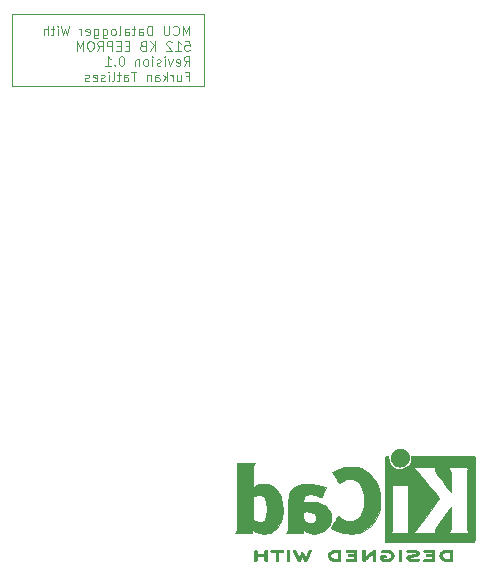
<source format=gbr>
%TF.GenerationSoftware,KiCad,Pcbnew,9.0.1*%
%TF.CreationDate,2025-11-22T15:28:51+03:00*%
%TF.ProjectId,MCU Datalogger wirh 512KB EEPROM,4d435520-4461-4746-916c-6f6767657220,1*%
%TF.SameCoordinates,Original*%
%TF.FileFunction,Legend,Bot*%
%TF.FilePolarity,Positive*%
%FSLAX46Y46*%
G04 Gerber Fmt 4.6, Leading zero omitted, Abs format (unit mm)*
G04 Created by KiCad (PCBNEW 9.0.1) date 2025-11-22 15:28:51*
%MOMM*%
%LPD*%
G01*
G04 APERTURE LIST*
%ADD10C,0.100000*%
%ADD11C,0.010000*%
G04 APERTURE END LIST*
D10*
X130026234Y-77365395D02*
X130026234Y-76565395D01*
X130026234Y-76565395D02*
X129759568Y-77136823D01*
X129759568Y-77136823D02*
X129492901Y-76565395D01*
X129492901Y-76565395D02*
X129492901Y-77365395D01*
X128654805Y-77289204D02*
X128692901Y-77327300D01*
X128692901Y-77327300D02*
X128807186Y-77365395D01*
X128807186Y-77365395D02*
X128883377Y-77365395D01*
X128883377Y-77365395D02*
X128997663Y-77327300D01*
X128997663Y-77327300D02*
X129073853Y-77251109D01*
X129073853Y-77251109D02*
X129111948Y-77174919D01*
X129111948Y-77174919D02*
X129150044Y-77022538D01*
X129150044Y-77022538D02*
X129150044Y-76908252D01*
X129150044Y-76908252D02*
X129111948Y-76755871D01*
X129111948Y-76755871D02*
X129073853Y-76679680D01*
X129073853Y-76679680D02*
X128997663Y-76603490D01*
X128997663Y-76603490D02*
X128883377Y-76565395D01*
X128883377Y-76565395D02*
X128807186Y-76565395D01*
X128807186Y-76565395D02*
X128692901Y-76603490D01*
X128692901Y-76603490D02*
X128654805Y-76641585D01*
X128311948Y-76565395D02*
X128311948Y-77213014D01*
X128311948Y-77213014D02*
X128273853Y-77289204D01*
X128273853Y-77289204D02*
X128235758Y-77327300D01*
X128235758Y-77327300D02*
X128159567Y-77365395D01*
X128159567Y-77365395D02*
X128007186Y-77365395D01*
X128007186Y-77365395D02*
X127930996Y-77327300D01*
X127930996Y-77327300D02*
X127892901Y-77289204D01*
X127892901Y-77289204D02*
X127854805Y-77213014D01*
X127854805Y-77213014D02*
X127854805Y-76565395D01*
X126864329Y-77365395D02*
X126864329Y-76565395D01*
X126864329Y-76565395D02*
X126673853Y-76565395D01*
X126673853Y-76565395D02*
X126559567Y-76603490D01*
X126559567Y-76603490D02*
X126483377Y-76679680D01*
X126483377Y-76679680D02*
X126445282Y-76755871D01*
X126445282Y-76755871D02*
X126407186Y-76908252D01*
X126407186Y-76908252D02*
X126407186Y-77022538D01*
X126407186Y-77022538D02*
X126445282Y-77174919D01*
X126445282Y-77174919D02*
X126483377Y-77251109D01*
X126483377Y-77251109D02*
X126559567Y-77327300D01*
X126559567Y-77327300D02*
X126673853Y-77365395D01*
X126673853Y-77365395D02*
X126864329Y-77365395D01*
X125721472Y-77365395D02*
X125721472Y-76946347D01*
X125721472Y-76946347D02*
X125759567Y-76870157D01*
X125759567Y-76870157D02*
X125835758Y-76832061D01*
X125835758Y-76832061D02*
X125988139Y-76832061D01*
X125988139Y-76832061D02*
X126064329Y-76870157D01*
X125721472Y-77327300D02*
X125797663Y-77365395D01*
X125797663Y-77365395D02*
X125988139Y-77365395D01*
X125988139Y-77365395D02*
X126064329Y-77327300D01*
X126064329Y-77327300D02*
X126102425Y-77251109D01*
X126102425Y-77251109D02*
X126102425Y-77174919D01*
X126102425Y-77174919D02*
X126064329Y-77098728D01*
X126064329Y-77098728D02*
X125988139Y-77060633D01*
X125988139Y-77060633D02*
X125797663Y-77060633D01*
X125797663Y-77060633D02*
X125721472Y-77022538D01*
X125454805Y-76832061D02*
X125150043Y-76832061D01*
X125340519Y-76565395D02*
X125340519Y-77251109D01*
X125340519Y-77251109D02*
X125302424Y-77327300D01*
X125302424Y-77327300D02*
X125226234Y-77365395D01*
X125226234Y-77365395D02*
X125150043Y-77365395D01*
X124540519Y-77365395D02*
X124540519Y-76946347D01*
X124540519Y-76946347D02*
X124578614Y-76870157D01*
X124578614Y-76870157D02*
X124654805Y-76832061D01*
X124654805Y-76832061D02*
X124807186Y-76832061D01*
X124807186Y-76832061D02*
X124883376Y-76870157D01*
X124540519Y-77327300D02*
X124616710Y-77365395D01*
X124616710Y-77365395D02*
X124807186Y-77365395D01*
X124807186Y-77365395D02*
X124883376Y-77327300D01*
X124883376Y-77327300D02*
X124921472Y-77251109D01*
X124921472Y-77251109D02*
X124921472Y-77174919D01*
X124921472Y-77174919D02*
X124883376Y-77098728D01*
X124883376Y-77098728D02*
X124807186Y-77060633D01*
X124807186Y-77060633D02*
X124616710Y-77060633D01*
X124616710Y-77060633D02*
X124540519Y-77022538D01*
X124045281Y-77365395D02*
X124121471Y-77327300D01*
X124121471Y-77327300D02*
X124159566Y-77251109D01*
X124159566Y-77251109D02*
X124159566Y-76565395D01*
X123626233Y-77365395D02*
X123702423Y-77327300D01*
X123702423Y-77327300D02*
X123740518Y-77289204D01*
X123740518Y-77289204D02*
X123778614Y-77213014D01*
X123778614Y-77213014D02*
X123778614Y-76984442D01*
X123778614Y-76984442D02*
X123740518Y-76908252D01*
X123740518Y-76908252D02*
X123702423Y-76870157D01*
X123702423Y-76870157D02*
X123626233Y-76832061D01*
X123626233Y-76832061D02*
X123511947Y-76832061D01*
X123511947Y-76832061D02*
X123435756Y-76870157D01*
X123435756Y-76870157D02*
X123397661Y-76908252D01*
X123397661Y-76908252D02*
X123359566Y-76984442D01*
X123359566Y-76984442D02*
X123359566Y-77213014D01*
X123359566Y-77213014D02*
X123397661Y-77289204D01*
X123397661Y-77289204D02*
X123435756Y-77327300D01*
X123435756Y-77327300D02*
X123511947Y-77365395D01*
X123511947Y-77365395D02*
X123626233Y-77365395D01*
X122673851Y-76832061D02*
X122673851Y-77479680D01*
X122673851Y-77479680D02*
X122711946Y-77555871D01*
X122711946Y-77555871D02*
X122750042Y-77593966D01*
X122750042Y-77593966D02*
X122826232Y-77632061D01*
X122826232Y-77632061D02*
X122940518Y-77632061D01*
X122940518Y-77632061D02*
X123016708Y-77593966D01*
X122673851Y-77327300D02*
X122750042Y-77365395D01*
X122750042Y-77365395D02*
X122902423Y-77365395D01*
X122902423Y-77365395D02*
X122978613Y-77327300D01*
X122978613Y-77327300D02*
X123016708Y-77289204D01*
X123016708Y-77289204D02*
X123054804Y-77213014D01*
X123054804Y-77213014D02*
X123054804Y-76984442D01*
X123054804Y-76984442D02*
X123016708Y-76908252D01*
X123016708Y-76908252D02*
X122978613Y-76870157D01*
X122978613Y-76870157D02*
X122902423Y-76832061D01*
X122902423Y-76832061D02*
X122750042Y-76832061D01*
X122750042Y-76832061D02*
X122673851Y-76870157D01*
X121950041Y-76832061D02*
X121950041Y-77479680D01*
X121950041Y-77479680D02*
X121988136Y-77555871D01*
X121988136Y-77555871D02*
X122026232Y-77593966D01*
X122026232Y-77593966D02*
X122102422Y-77632061D01*
X122102422Y-77632061D02*
X122216708Y-77632061D01*
X122216708Y-77632061D02*
X122292898Y-77593966D01*
X121950041Y-77327300D02*
X122026232Y-77365395D01*
X122026232Y-77365395D02*
X122178613Y-77365395D01*
X122178613Y-77365395D02*
X122254803Y-77327300D01*
X122254803Y-77327300D02*
X122292898Y-77289204D01*
X122292898Y-77289204D02*
X122330994Y-77213014D01*
X122330994Y-77213014D02*
X122330994Y-76984442D01*
X122330994Y-76984442D02*
X122292898Y-76908252D01*
X122292898Y-76908252D02*
X122254803Y-76870157D01*
X122254803Y-76870157D02*
X122178613Y-76832061D01*
X122178613Y-76832061D02*
X122026232Y-76832061D01*
X122026232Y-76832061D02*
X121950041Y-76870157D01*
X121264326Y-77327300D02*
X121340517Y-77365395D01*
X121340517Y-77365395D02*
X121492898Y-77365395D01*
X121492898Y-77365395D02*
X121569088Y-77327300D01*
X121569088Y-77327300D02*
X121607184Y-77251109D01*
X121607184Y-77251109D02*
X121607184Y-76946347D01*
X121607184Y-76946347D02*
X121569088Y-76870157D01*
X121569088Y-76870157D02*
X121492898Y-76832061D01*
X121492898Y-76832061D02*
X121340517Y-76832061D01*
X121340517Y-76832061D02*
X121264326Y-76870157D01*
X121264326Y-76870157D02*
X121226231Y-76946347D01*
X121226231Y-76946347D02*
X121226231Y-77022538D01*
X121226231Y-77022538D02*
X121607184Y-77098728D01*
X120883374Y-77365395D02*
X120883374Y-76832061D01*
X120883374Y-76984442D02*
X120845279Y-76908252D01*
X120845279Y-76908252D02*
X120807184Y-76870157D01*
X120807184Y-76870157D02*
X120730993Y-76832061D01*
X120730993Y-76832061D02*
X120654803Y-76832061D01*
X119854803Y-76565395D02*
X119664327Y-77365395D01*
X119664327Y-77365395D02*
X119511946Y-76793966D01*
X119511946Y-76793966D02*
X119359565Y-77365395D01*
X119359565Y-77365395D02*
X119169089Y-76565395D01*
X118864326Y-77365395D02*
X118864326Y-76832061D01*
X118864326Y-76565395D02*
X118902422Y-76603490D01*
X118902422Y-76603490D02*
X118864326Y-76641585D01*
X118864326Y-76641585D02*
X118826231Y-76603490D01*
X118826231Y-76603490D02*
X118864326Y-76565395D01*
X118864326Y-76565395D02*
X118864326Y-76641585D01*
X118597660Y-76832061D02*
X118292898Y-76832061D01*
X118483374Y-76565395D02*
X118483374Y-77251109D01*
X118483374Y-77251109D02*
X118445279Y-77327300D01*
X118445279Y-77327300D02*
X118369089Y-77365395D01*
X118369089Y-77365395D02*
X118292898Y-77365395D01*
X118026231Y-77365395D02*
X118026231Y-76565395D01*
X117683374Y-77365395D02*
X117683374Y-76946347D01*
X117683374Y-76946347D02*
X117721469Y-76870157D01*
X117721469Y-76870157D02*
X117797660Y-76832061D01*
X117797660Y-76832061D02*
X117911946Y-76832061D01*
X117911946Y-76832061D02*
X117988136Y-76870157D01*
X117988136Y-76870157D02*
X118026231Y-76908252D01*
X129645282Y-77853350D02*
X130026234Y-77853350D01*
X130026234Y-77853350D02*
X130064330Y-78234302D01*
X130064330Y-78234302D02*
X130026234Y-78196207D01*
X130026234Y-78196207D02*
X129950044Y-78158112D01*
X129950044Y-78158112D02*
X129759568Y-78158112D01*
X129759568Y-78158112D02*
X129683377Y-78196207D01*
X129683377Y-78196207D02*
X129645282Y-78234302D01*
X129645282Y-78234302D02*
X129607187Y-78310493D01*
X129607187Y-78310493D02*
X129607187Y-78500969D01*
X129607187Y-78500969D02*
X129645282Y-78577159D01*
X129645282Y-78577159D02*
X129683377Y-78615255D01*
X129683377Y-78615255D02*
X129759568Y-78653350D01*
X129759568Y-78653350D02*
X129950044Y-78653350D01*
X129950044Y-78653350D02*
X130026234Y-78615255D01*
X130026234Y-78615255D02*
X130064330Y-78577159D01*
X128845282Y-78653350D02*
X129302425Y-78653350D01*
X129073853Y-78653350D02*
X129073853Y-77853350D01*
X129073853Y-77853350D02*
X129150044Y-77967635D01*
X129150044Y-77967635D02*
X129226234Y-78043826D01*
X129226234Y-78043826D02*
X129302425Y-78081921D01*
X128540520Y-77929540D02*
X128502424Y-77891445D01*
X128502424Y-77891445D02*
X128426234Y-77853350D01*
X128426234Y-77853350D02*
X128235758Y-77853350D01*
X128235758Y-77853350D02*
X128159567Y-77891445D01*
X128159567Y-77891445D02*
X128121472Y-77929540D01*
X128121472Y-77929540D02*
X128083377Y-78005731D01*
X128083377Y-78005731D02*
X128083377Y-78081921D01*
X128083377Y-78081921D02*
X128121472Y-78196207D01*
X128121472Y-78196207D02*
X128578615Y-78653350D01*
X128578615Y-78653350D02*
X128083377Y-78653350D01*
X127130995Y-78653350D02*
X127130995Y-77853350D01*
X126673852Y-78653350D02*
X127016710Y-78196207D01*
X126673852Y-77853350D02*
X127130995Y-78310493D01*
X126064329Y-78234302D02*
X125950043Y-78272397D01*
X125950043Y-78272397D02*
X125911948Y-78310493D01*
X125911948Y-78310493D02*
X125873852Y-78386683D01*
X125873852Y-78386683D02*
X125873852Y-78500969D01*
X125873852Y-78500969D02*
X125911948Y-78577159D01*
X125911948Y-78577159D02*
X125950043Y-78615255D01*
X125950043Y-78615255D02*
X126026233Y-78653350D01*
X126026233Y-78653350D02*
X126330995Y-78653350D01*
X126330995Y-78653350D02*
X126330995Y-77853350D01*
X126330995Y-77853350D02*
X126064329Y-77853350D01*
X126064329Y-77853350D02*
X125988138Y-77891445D01*
X125988138Y-77891445D02*
X125950043Y-77929540D01*
X125950043Y-77929540D02*
X125911948Y-78005731D01*
X125911948Y-78005731D02*
X125911948Y-78081921D01*
X125911948Y-78081921D02*
X125950043Y-78158112D01*
X125950043Y-78158112D02*
X125988138Y-78196207D01*
X125988138Y-78196207D02*
X126064329Y-78234302D01*
X126064329Y-78234302D02*
X126330995Y-78234302D01*
X124921471Y-78234302D02*
X124654805Y-78234302D01*
X124540519Y-78653350D02*
X124921471Y-78653350D01*
X124921471Y-78653350D02*
X124921471Y-77853350D01*
X124921471Y-77853350D02*
X124540519Y-77853350D01*
X124197661Y-78234302D02*
X123930995Y-78234302D01*
X123816709Y-78653350D02*
X124197661Y-78653350D01*
X124197661Y-78653350D02*
X124197661Y-77853350D01*
X124197661Y-77853350D02*
X123816709Y-77853350D01*
X123473851Y-78653350D02*
X123473851Y-77853350D01*
X123473851Y-77853350D02*
X123169089Y-77853350D01*
X123169089Y-77853350D02*
X123092899Y-77891445D01*
X123092899Y-77891445D02*
X123054804Y-77929540D01*
X123054804Y-77929540D02*
X123016708Y-78005731D01*
X123016708Y-78005731D02*
X123016708Y-78120016D01*
X123016708Y-78120016D02*
X123054804Y-78196207D01*
X123054804Y-78196207D02*
X123092899Y-78234302D01*
X123092899Y-78234302D02*
X123169089Y-78272397D01*
X123169089Y-78272397D02*
X123473851Y-78272397D01*
X122216708Y-78653350D02*
X122483375Y-78272397D01*
X122673851Y-78653350D02*
X122673851Y-77853350D01*
X122673851Y-77853350D02*
X122369089Y-77853350D01*
X122369089Y-77853350D02*
X122292899Y-77891445D01*
X122292899Y-77891445D02*
X122254804Y-77929540D01*
X122254804Y-77929540D02*
X122216708Y-78005731D01*
X122216708Y-78005731D02*
X122216708Y-78120016D01*
X122216708Y-78120016D02*
X122254804Y-78196207D01*
X122254804Y-78196207D02*
X122292899Y-78234302D01*
X122292899Y-78234302D02*
X122369089Y-78272397D01*
X122369089Y-78272397D02*
X122673851Y-78272397D01*
X121721470Y-77853350D02*
X121569089Y-77853350D01*
X121569089Y-77853350D02*
X121492899Y-77891445D01*
X121492899Y-77891445D02*
X121416708Y-77967635D01*
X121416708Y-77967635D02*
X121378613Y-78120016D01*
X121378613Y-78120016D02*
X121378613Y-78386683D01*
X121378613Y-78386683D02*
X121416708Y-78539064D01*
X121416708Y-78539064D02*
X121492899Y-78615255D01*
X121492899Y-78615255D02*
X121569089Y-78653350D01*
X121569089Y-78653350D02*
X121721470Y-78653350D01*
X121721470Y-78653350D02*
X121797661Y-78615255D01*
X121797661Y-78615255D02*
X121873851Y-78539064D01*
X121873851Y-78539064D02*
X121911947Y-78386683D01*
X121911947Y-78386683D02*
X121911947Y-78120016D01*
X121911947Y-78120016D02*
X121873851Y-77967635D01*
X121873851Y-77967635D02*
X121797661Y-77891445D01*
X121797661Y-77891445D02*
X121721470Y-77853350D01*
X121035756Y-78653350D02*
X121035756Y-77853350D01*
X121035756Y-77853350D02*
X120769090Y-78424778D01*
X120769090Y-78424778D02*
X120502423Y-77853350D01*
X120502423Y-77853350D02*
X120502423Y-78653350D01*
X129569091Y-79941305D02*
X129835758Y-79560352D01*
X130026234Y-79941305D02*
X130026234Y-79141305D01*
X130026234Y-79141305D02*
X129721472Y-79141305D01*
X129721472Y-79141305D02*
X129645282Y-79179400D01*
X129645282Y-79179400D02*
X129607187Y-79217495D01*
X129607187Y-79217495D02*
X129569091Y-79293686D01*
X129569091Y-79293686D02*
X129569091Y-79407971D01*
X129569091Y-79407971D02*
X129607187Y-79484162D01*
X129607187Y-79484162D02*
X129645282Y-79522257D01*
X129645282Y-79522257D02*
X129721472Y-79560352D01*
X129721472Y-79560352D02*
X130026234Y-79560352D01*
X128921472Y-79903210D02*
X128997663Y-79941305D01*
X128997663Y-79941305D02*
X129150044Y-79941305D01*
X129150044Y-79941305D02*
X129226234Y-79903210D01*
X129226234Y-79903210D02*
X129264330Y-79827019D01*
X129264330Y-79827019D02*
X129264330Y-79522257D01*
X129264330Y-79522257D02*
X129226234Y-79446067D01*
X129226234Y-79446067D02*
X129150044Y-79407971D01*
X129150044Y-79407971D02*
X128997663Y-79407971D01*
X128997663Y-79407971D02*
X128921472Y-79446067D01*
X128921472Y-79446067D02*
X128883377Y-79522257D01*
X128883377Y-79522257D02*
X128883377Y-79598448D01*
X128883377Y-79598448D02*
X129264330Y-79674638D01*
X128616711Y-79407971D02*
X128426235Y-79941305D01*
X128426235Y-79941305D02*
X128235758Y-79407971D01*
X127930996Y-79941305D02*
X127930996Y-79407971D01*
X127930996Y-79141305D02*
X127969092Y-79179400D01*
X127969092Y-79179400D02*
X127930996Y-79217495D01*
X127930996Y-79217495D02*
X127892901Y-79179400D01*
X127892901Y-79179400D02*
X127930996Y-79141305D01*
X127930996Y-79141305D02*
X127930996Y-79217495D01*
X127588140Y-79903210D02*
X127511949Y-79941305D01*
X127511949Y-79941305D02*
X127359568Y-79941305D01*
X127359568Y-79941305D02*
X127283378Y-79903210D01*
X127283378Y-79903210D02*
X127245282Y-79827019D01*
X127245282Y-79827019D02*
X127245282Y-79788924D01*
X127245282Y-79788924D02*
X127283378Y-79712733D01*
X127283378Y-79712733D02*
X127359568Y-79674638D01*
X127359568Y-79674638D02*
X127473854Y-79674638D01*
X127473854Y-79674638D02*
X127550044Y-79636543D01*
X127550044Y-79636543D02*
X127588140Y-79560352D01*
X127588140Y-79560352D02*
X127588140Y-79522257D01*
X127588140Y-79522257D02*
X127550044Y-79446067D01*
X127550044Y-79446067D02*
X127473854Y-79407971D01*
X127473854Y-79407971D02*
X127359568Y-79407971D01*
X127359568Y-79407971D02*
X127283378Y-79446067D01*
X126902425Y-79941305D02*
X126902425Y-79407971D01*
X126902425Y-79141305D02*
X126940521Y-79179400D01*
X126940521Y-79179400D02*
X126902425Y-79217495D01*
X126902425Y-79217495D02*
X126864330Y-79179400D01*
X126864330Y-79179400D02*
X126902425Y-79141305D01*
X126902425Y-79141305D02*
X126902425Y-79217495D01*
X126407188Y-79941305D02*
X126483378Y-79903210D01*
X126483378Y-79903210D02*
X126521473Y-79865114D01*
X126521473Y-79865114D02*
X126559569Y-79788924D01*
X126559569Y-79788924D02*
X126559569Y-79560352D01*
X126559569Y-79560352D02*
X126521473Y-79484162D01*
X126521473Y-79484162D02*
X126483378Y-79446067D01*
X126483378Y-79446067D02*
X126407188Y-79407971D01*
X126407188Y-79407971D02*
X126292902Y-79407971D01*
X126292902Y-79407971D02*
X126216711Y-79446067D01*
X126216711Y-79446067D02*
X126178616Y-79484162D01*
X126178616Y-79484162D02*
X126140521Y-79560352D01*
X126140521Y-79560352D02*
X126140521Y-79788924D01*
X126140521Y-79788924D02*
X126178616Y-79865114D01*
X126178616Y-79865114D02*
X126216711Y-79903210D01*
X126216711Y-79903210D02*
X126292902Y-79941305D01*
X126292902Y-79941305D02*
X126407188Y-79941305D01*
X125797663Y-79407971D02*
X125797663Y-79941305D01*
X125797663Y-79484162D02*
X125759568Y-79446067D01*
X125759568Y-79446067D02*
X125683378Y-79407971D01*
X125683378Y-79407971D02*
X125569092Y-79407971D01*
X125569092Y-79407971D02*
X125492901Y-79446067D01*
X125492901Y-79446067D02*
X125454806Y-79522257D01*
X125454806Y-79522257D02*
X125454806Y-79941305D01*
X124311948Y-79141305D02*
X124235758Y-79141305D01*
X124235758Y-79141305D02*
X124159567Y-79179400D01*
X124159567Y-79179400D02*
X124121472Y-79217495D01*
X124121472Y-79217495D02*
X124083377Y-79293686D01*
X124083377Y-79293686D02*
X124045282Y-79446067D01*
X124045282Y-79446067D02*
X124045282Y-79636543D01*
X124045282Y-79636543D02*
X124083377Y-79788924D01*
X124083377Y-79788924D02*
X124121472Y-79865114D01*
X124121472Y-79865114D02*
X124159567Y-79903210D01*
X124159567Y-79903210D02*
X124235758Y-79941305D01*
X124235758Y-79941305D02*
X124311948Y-79941305D01*
X124311948Y-79941305D02*
X124388139Y-79903210D01*
X124388139Y-79903210D02*
X124426234Y-79865114D01*
X124426234Y-79865114D02*
X124464329Y-79788924D01*
X124464329Y-79788924D02*
X124502425Y-79636543D01*
X124502425Y-79636543D02*
X124502425Y-79446067D01*
X124502425Y-79446067D02*
X124464329Y-79293686D01*
X124464329Y-79293686D02*
X124426234Y-79217495D01*
X124426234Y-79217495D02*
X124388139Y-79179400D01*
X124388139Y-79179400D02*
X124311948Y-79141305D01*
X123702424Y-79865114D02*
X123664329Y-79903210D01*
X123664329Y-79903210D02*
X123702424Y-79941305D01*
X123702424Y-79941305D02*
X123740520Y-79903210D01*
X123740520Y-79903210D02*
X123702424Y-79865114D01*
X123702424Y-79865114D02*
X123702424Y-79941305D01*
X122902425Y-79941305D02*
X123359568Y-79941305D01*
X123130996Y-79941305D02*
X123130996Y-79141305D01*
X123130996Y-79141305D02*
X123207187Y-79255590D01*
X123207187Y-79255590D02*
X123283377Y-79331781D01*
X123283377Y-79331781D02*
X123359568Y-79369876D01*
X129759568Y-80810212D02*
X130026234Y-80810212D01*
X130026234Y-81229260D02*
X130026234Y-80429260D01*
X130026234Y-80429260D02*
X129645282Y-80429260D01*
X128997663Y-80695926D02*
X128997663Y-81229260D01*
X129340520Y-80695926D02*
X129340520Y-81114974D01*
X129340520Y-81114974D02*
X129302425Y-81191165D01*
X129302425Y-81191165D02*
X129226235Y-81229260D01*
X129226235Y-81229260D02*
X129111949Y-81229260D01*
X129111949Y-81229260D02*
X129035758Y-81191165D01*
X129035758Y-81191165D02*
X128997663Y-81153069D01*
X128616710Y-81229260D02*
X128616710Y-80695926D01*
X128616710Y-80848307D02*
X128578615Y-80772117D01*
X128578615Y-80772117D02*
X128540520Y-80734022D01*
X128540520Y-80734022D02*
X128464329Y-80695926D01*
X128464329Y-80695926D02*
X128388139Y-80695926D01*
X128121472Y-81229260D02*
X128121472Y-80429260D01*
X128045282Y-80924498D02*
X127816710Y-81229260D01*
X127816710Y-80695926D02*
X128121472Y-81000688D01*
X127130996Y-81229260D02*
X127130996Y-80810212D01*
X127130996Y-80810212D02*
X127169091Y-80734022D01*
X127169091Y-80734022D02*
X127245282Y-80695926D01*
X127245282Y-80695926D02*
X127397663Y-80695926D01*
X127397663Y-80695926D02*
X127473853Y-80734022D01*
X127130996Y-81191165D02*
X127207187Y-81229260D01*
X127207187Y-81229260D02*
X127397663Y-81229260D01*
X127397663Y-81229260D02*
X127473853Y-81191165D01*
X127473853Y-81191165D02*
X127511949Y-81114974D01*
X127511949Y-81114974D02*
X127511949Y-81038784D01*
X127511949Y-81038784D02*
X127473853Y-80962593D01*
X127473853Y-80962593D02*
X127397663Y-80924498D01*
X127397663Y-80924498D02*
X127207187Y-80924498D01*
X127207187Y-80924498D02*
X127130996Y-80886403D01*
X126750043Y-80695926D02*
X126750043Y-81229260D01*
X126750043Y-80772117D02*
X126711948Y-80734022D01*
X126711948Y-80734022D02*
X126635758Y-80695926D01*
X126635758Y-80695926D02*
X126521472Y-80695926D01*
X126521472Y-80695926D02*
X126445281Y-80734022D01*
X126445281Y-80734022D02*
X126407186Y-80810212D01*
X126407186Y-80810212D02*
X126407186Y-81229260D01*
X125530995Y-80429260D02*
X125073852Y-80429260D01*
X125302424Y-81229260D02*
X125302424Y-80429260D01*
X124464328Y-81229260D02*
X124464328Y-80810212D01*
X124464328Y-80810212D02*
X124502423Y-80734022D01*
X124502423Y-80734022D02*
X124578614Y-80695926D01*
X124578614Y-80695926D02*
X124730995Y-80695926D01*
X124730995Y-80695926D02*
X124807185Y-80734022D01*
X124464328Y-81191165D02*
X124540519Y-81229260D01*
X124540519Y-81229260D02*
X124730995Y-81229260D01*
X124730995Y-81229260D02*
X124807185Y-81191165D01*
X124807185Y-81191165D02*
X124845281Y-81114974D01*
X124845281Y-81114974D02*
X124845281Y-81038784D01*
X124845281Y-81038784D02*
X124807185Y-80962593D01*
X124807185Y-80962593D02*
X124730995Y-80924498D01*
X124730995Y-80924498D02*
X124540519Y-80924498D01*
X124540519Y-80924498D02*
X124464328Y-80886403D01*
X124197661Y-80695926D02*
X123892899Y-80695926D01*
X124083375Y-80429260D02*
X124083375Y-81114974D01*
X124083375Y-81114974D02*
X124045280Y-81191165D01*
X124045280Y-81191165D02*
X123969090Y-81229260D01*
X123969090Y-81229260D02*
X123892899Y-81229260D01*
X123511947Y-81229260D02*
X123588137Y-81191165D01*
X123588137Y-81191165D02*
X123626232Y-81114974D01*
X123626232Y-81114974D02*
X123626232Y-80429260D01*
X123207184Y-81229260D02*
X123207184Y-80695926D01*
X123207184Y-80429260D02*
X123245280Y-80467355D01*
X123245280Y-80467355D02*
X123207184Y-80505450D01*
X123207184Y-80505450D02*
X123169089Y-80467355D01*
X123169089Y-80467355D02*
X123207184Y-80429260D01*
X123207184Y-80429260D02*
X123207184Y-80505450D01*
X122864328Y-81191165D02*
X122788137Y-81229260D01*
X122788137Y-81229260D02*
X122635756Y-81229260D01*
X122635756Y-81229260D02*
X122559566Y-81191165D01*
X122559566Y-81191165D02*
X122521470Y-81114974D01*
X122521470Y-81114974D02*
X122521470Y-81076879D01*
X122521470Y-81076879D02*
X122559566Y-81000688D01*
X122559566Y-81000688D02*
X122635756Y-80962593D01*
X122635756Y-80962593D02*
X122750042Y-80962593D01*
X122750042Y-80962593D02*
X122826232Y-80924498D01*
X122826232Y-80924498D02*
X122864328Y-80848307D01*
X122864328Y-80848307D02*
X122864328Y-80810212D01*
X122864328Y-80810212D02*
X122826232Y-80734022D01*
X122826232Y-80734022D02*
X122750042Y-80695926D01*
X122750042Y-80695926D02*
X122635756Y-80695926D01*
X122635756Y-80695926D02*
X122559566Y-80734022D01*
X121873851Y-81191165D02*
X121950042Y-81229260D01*
X121950042Y-81229260D02*
X122102423Y-81229260D01*
X122102423Y-81229260D02*
X122178613Y-81191165D01*
X122178613Y-81191165D02*
X122216709Y-81114974D01*
X122216709Y-81114974D02*
X122216709Y-80810212D01*
X122216709Y-80810212D02*
X122178613Y-80734022D01*
X122178613Y-80734022D02*
X122102423Y-80695926D01*
X122102423Y-80695926D02*
X121950042Y-80695926D01*
X121950042Y-80695926D02*
X121873851Y-80734022D01*
X121873851Y-80734022D02*
X121835756Y-80810212D01*
X121835756Y-80810212D02*
X121835756Y-80886403D01*
X121835756Y-80886403D02*
X122216709Y-80962593D01*
X121530995Y-81191165D02*
X121454804Y-81229260D01*
X121454804Y-81229260D02*
X121302423Y-81229260D01*
X121302423Y-81229260D02*
X121226233Y-81191165D01*
X121226233Y-81191165D02*
X121188137Y-81114974D01*
X121188137Y-81114974D02*
X121188137Y-81076879D01*
X121188137Y-81076879D02*
X121226233Y-81000688D01*
X121226233Y-81000688D02*
X121302423Y-80962593D01*
X121302423Y-80962593D02*
X121416709Y-80962593D01*
X121416709Y-80962593D02*
X121492899Y-80924498D01*
X121492899Y-80924498D02*
X121530995Y-80848307D01*
X121530995Y-80848307D02*
X121530995Y-80810212D01*
X121530995Y-80810212D02*
X121492899Y-80734022D01*
X121492899Y-80734022D02*
X121416709Y-80695926D01*
X121416709Y-80695926D02*
X121302423Y-80695926D01*
X121302423Y-80695926D02*
X121226233Y-80734022D01*
X115025000Y-75580000D02*
X131235000Y-75580000D01*
X131235000Y-81640000D01*
X115025000Y-81640000D01*
X115025000Y-75580000D01*
D11*
%TO.C,REF\u002A\u002A*%
X138377002Y-120924242D02*
X138411247Y-120945142D01*
X138446729Y-120973873D01*
X138446729Y-121835871D01*
X138411247Y-121864602D01*
X138369495Y-121887867D01*
X138321832Y-121888980D01*
X138279976Y-121861696D01*
X138274815Y-121855486D01*
X138267538Y-121842881D01*
X138261937Y-121824666D01*
X138257794Y-121797347D01*
X138254892Y-121757433D01*
X138253014Y-121701430D01*
X138251941Y-121625847D01*
X138251457Y-121527190D01*
X138251344Y-121401966D01*
X138251344Y-120973873D01*
X138286826Y-120945142D01*
X138318396Y-120925477D01*
X138349037Y-120916410D01*
X138377002Y-120924242D01*
G36*
X138377002Y-120924242D02*
G01*
X138411247Y-120945142D01*
X138446729Y-120973873D01*
X138446729Y-121835871D01*
X138411247Y-121864602D01*
X138369495Y-121887867D01*
X138321832Y-121888980D01*
X138279976Y-121861696D01*
X138274815Y-121855486D01*
X138267538Y-121842881D01*
X138261937Y-121824666D01*
X138257794Y-121797347D01*
X138254892Y-121757433D01*
X138253014Y-121701430D01*
X138251941Y-121625847D01*
X138251457Y-121527190D01*
X138251344Y-121401966D01*
X138251344Y-120973873D01*
X138286826Y-120945142D01*
X138318396Y-120925477D01*
X138349037Y-120916410D01*
X138377002Y-120924242D01*
G37*
X147870579Y-120922264D02*
X147916051Y-120953301D01*
X147952942Y-120990192D01*
X147952942Y-121406978D01*
X147952887Y-121518852D01*
X147952543Y-121617668D01*
X147951650Y-121693226D01*
X147949949Y-121749104D01*
X147947181Y-121788882D01*
X147943088Y-121816136D01*
X147937409Y-121834447D01*
X147929888Y-121847391D01*
X147920263Y-121858548D01*
X147878374Y-121887125D01*
X147831556Y-121889476D01*
X147787617Y-121863274D01*
X147780551Y-121855461D01*
X147773296Y-121843367D01*
X147767750Y-121825605D01*
X147763683Y-121798690D01*
X147760869Y-121759138D01*
X147759077Y-121703465D01*
X147758081Y-121628185D01*
X147757650Y-121529816D01*
X147757557Y-121404872D01*
X147757610Y-121304140D01*
X147757949Y-121200414D01*
X147758807Y-121120519D01*
X147760410Y-121060971D01*
X147762988Y-121018284D01*
X147766769Y-120988975D01*
X147771982Y-120969559D01*
X147778855Y-120956552D01*
X147787617Y-120946470D01*
X147826470Y-120921145D01*
X147870579Y-120922264D01*
G36*
X147870579Y-120922264D02*
G01*
X147916051Y-120953301D01*
X147952942Y-120990192D01*
X147952942Y-121406978D01*
X147952887Y-121518852D01*
X147952543Y-121617668D01*
X147951650Y-121693226D01*
X147949949Y-121749104D01*
X147947181Y-121788882D01*
X147943088Y-121816136D01*
X147937409Y-121834447D01*
X147929888Y-121847391D01*
X147920263Y-121858548D01*
X147878374Y-121887125D01*
X147831556Y-121889476D01*
X147787617Y-121863274D01*
X147780551Y-121855461D01*
X147773296Y-121843367D01*
X147767750Y-121825605D01*
X147763683Y-121798690D01*
X147760869Y-121759138D01*
X147759077Y-121703465D01*
X147758081Y-121628185D01*
X147757650Y-121529816D01*
X147757557Y-121404872D01*
X147757610Y-121304140D01*
X147757949Y-121200414D01*
X147758807Y-121120519D01*
X147760410Y-121060971D01*
X147762988Y-121018284D01*
X147766769Y-120988975D01*
X147771982Y-120969559D01*
X147778855Y-120956552D01*
X147787617Y-120946470D01*
X147826470Y-120921145D01*
X147870579Y-120922264D01*
G37*
X147956337Y-112380839D02*
X148095779Y-112415005D01*
X148227955Y-112476325D01*
X148348699Y-112564810D01*
X148453846Y-112680470D01*
X148539230Y-112823313D01*
X148562121Y-112873633D01*
X148580666Y-112924636D01*
X148591072Y-112975624D01*
X148595633Y-113038691D01*
X148596643Y-113125929D01*
X148596032Y-113198539D01*
X148592350Y-113265270D01*
X148583322Y-113317334D01*
X148566694Y-113366686D01*
X148540212Y-113425286D01*
X148532552Y-113440902D01*
X148442006Y-113583893D01*
X148328125Y-113701543D01*
X148194141Y-113791089D01*
X148043286Y-113849772D01*
X147965881Y-113866147D01*
X147808849Y-113873810D01*
X147656753Y-113849016D01*
X147514054Y-113794306D01*
X147385212Y-113712223D01*
X147274686Y-113605309D01*
X147186936Y-113476107D01*
X147126423Y-113327158D01*
X147104283Y-113205265D01*
X147102288Y-113070751D01*
X147120295Y-112939908D01*
X147157446Y-112826572D01*
X147200372Y-112745543D01*
X147295933Y-112616987D01*
X147409221Y-112515527D01*
X147536071Y-112441172D01*
X147672318Y-112393933D01*
X147813795Y-112373818D01*
X147956337Y-112380839D01*
G36*
X147956337Y-112380839D02*
G01*
X148095779Y-112415005D01*
X148227955Y-112476325D01*
X148348699Y-112564810D01*
X148453846Y-112680470D01*
X148539230Y-112823313D01*
X148562121Y-112873633D01*
X148580666Y-112924636D01*
X148591072Y-112975624D01*
X148595633Y-113038691D01*
X148596643Y-113125929D01*
X148596032Y-113198539D01*
X148592350Y-113265270D01*
X148583322Y-113317334D01*
X148566694Y-113366686D01*
X148540212Y-113425286D01*
X148532552Y-113440902D01*
X148442006Y-113583893D01*
X148328125Y-113701543D01*
X148194141Y-113791089D01*
X148043286Y-113849772D01*
X147965881Y-113866147D01*
X147808849Y-113873810D01*
X147656753Y-113849016D01*
X147514054Y-113794306D01*
X147385212Y-113712223D01*
X147274686Y-113605309D01*
X147186936Y-113476107D01*
X147126423Y-113327158D01*
X147104283Y-113205265D01*
X147102288Y-113070751D01*
X147120295Y-112939908D01*
X147157446Y-112826572D01*
X147200372Y-112745543D01*
X147295933Y-112616987D01*
X147409221Y-112515527D01*
X147536071Y-112441172D01*
X147672318Y-112393933D01*
X147813795Y-112373818D01*
X147956337Y-112380839D01*
G37*
X137445531Y-120916412D02*
X137570843Y-120916532D01*
X137670048Y-120916984D01*
X137746478Y-120917972D01*
X137803459Y-120919697D01*
X137844323Y-120922361D01*
X137872397Y-120926169D01*
X137891012Y-120931321D01*
X137903496Y-120938020D01*
X137913179Y-120946470D01*
X137938216Y-120990029D01*
X137940142Y-121040057D01*
X137918364Y-121084310D01*
X137916553Y-121086245D01*
X137901638Y-121097376D01*
X137878868Y-121104771D01*
X137842696Y-121109157D01*
X137787573Y-121111256D01*
X137707950Y-121111795D01*
X137522409Y-121111795D01*
X137522409Y-121462963D01*
X137522309Y-121563918D01*
X137521766Y-121652674D01*
X137520458Y-121718955D01*
X137518067Y-121766773D01*
X137514271Y-121800146D01*
X137508752Y-121823086D01*
X137501188Y-121839610D01*
X137491259Y-121853733D01*
X137488210Y-121857469D01*
X137446700Y-121887614D01*
X137400929Y-121889696D01*
X137357084Y-121863274D01*
X137347793Y-121852523D01*
X137340508Y-121838412D01*
X137335156Y-121817319D01*
X137331440Y-121785398D01*
X137329064Y-121738802D01*
X137327734Y-121673685D01*
X137327153Y-121586201D01*
X137327025Y-121472505D01*
X137327025Y-121111795D01*
X137132731Y-121111795D01*
X137117953Y-121111794D01*
X137042708Y-121111494D01*
X136990992Y-121109977D01*
X136957185Y-121106250D01*
X136935668Y-121099318D01*
X136920821Y-121088186D01*
X136907024Y-121071860D01*
X136885926Y-121031003D01*
X136890056Y-120986029D01*
X136924197Y-120942712D01*
X136930775Y-120937763D01*
X136944369Y-120931325D01*
X136964906Y-120926314D01*
X136995689Y-120922557D01*
X137040020Y-120919876D01*
X137101201Y-120918096D01*
X137182535Y-120917043D01*
X137287323Y-120916539D01*
X137418867Y-120916410D01*
X137445531Y-120916412D01*
G36*
X137445531Y-120916412D02*
G01*
X137570843Y-120916532D01*
X137670048Y-120916984D01*
X137746478Y-120917972D01*
X137803459Y-120919697D01*
X137844323Y-120922361D01*
X137872397Y-120926169D01*
X137891012Y-120931321D01*
X137903496Y-120938020D01*
X137913179Y-120946470D01*
X137938216Y-120990029D01*
X137940142Y-121040057D01*
X137918364Y-121084310D01*
X137916553Y-121086245D01*
X137901638Y-121097376D01*
X137878868Y-121104771D01*
X137842696Y-121109157D01*
X137787573Y-121111256D01*
X137707950Y-121111795D01*
X137522409Y-121111795D01*
X137522409Y-121462963D01*
X137522309Y-121563918D01*
X137521766Y-121652674D01*
X137520458Y-121718955D01*
X137518067Y-121766773D01*
X137514271Y-121800146D01*
X137508752Y-121823086D01*
X137501188Y-121839610D01*
X137491259Y-121853733D01*
X137488210Y-121857469D01*
X137446700Y-121887614D01*
X137400929Y-121889696D01*
X137357084Y-121863274D01*
X137347793Y-121852523D01*
X137340508Y-121838412D01*
X137335156Y-121817319D01*
X137331440Y-121785398D01*
X137329064Y-121738802D01*
X137327734Y-121673685D01*
X137327153Y-121586201D01*
X137327025Y-121472505D01*
X137327025Y-121111795D01*
X137132731Y-121111795D01*
X137117953Y-121111794D01*
X137042708Y-121111494D01*
X136990992Y-121109977D01*
X136957185Y-121106250D01*
X136935668Y-121099318D01*
X136920821Y-121088186D01*
X136907024Y-121071860D01*
X136885926Y-121031003D01*
X136890056Y-120986029D01*
X136924197Y-120942712D01*
X136930775Y-120937763D01*
X136944369Y-120931325D01*
X136964906Y-120926314D01*
X136995689Y-120922557D01*
X137040020Y-120919876D01*
X137101201Y-120918096D01*
X137182535Y-120917043D01*
X137287323Y-120916539D01*
X137418867Y-120916410D01*
X137445531Y-120916412D01*
G37*
X136545486Y-120946470D02*
X136552985Y-120954711D01*
X136559762Y-120965636D01*
X136565202Y-120981315D01*
X136569434Y-121004559D01*
X136572584Y-121038181D01*
X136574782Y-121084992D01*
X136576155Y-121147803D01*
X136576832Y-121229427D01*
X136576940Y-121332674D01*
X136576608Y-121460357D01*
X136575964Y-121615286D01*
X136575872Y-121634158D01*
X136575092Y-121716386D01*
X136573331Y-121774544D01*
X136569942Y-121813660D01*
X136564277Y-121838761D01*
X136555688Y-121854876D01*
X136543527Y-121867032D01*
X136498983Y-121890220D01*
X136452454Y-121886357D01*
X136411311Y-121853733D01*
X136399316Y-121836155D01*
X136389396Y-121811477D01*
X136383581Y-121776824D01*
X136380845Y-121725505D01*
X136380161Y-121650833D01*
X136380161Y-121487535D01*
X135718859Y-121487535D01*
X135718859Y-121667038D01*
X135718762Y-121714688D01*
X135717747Y-121776370D01*
X135714849Y-121817022D01*
X135709128Y-121842358D01*
X135699644Y-121858092D01*
X135685456Y-121869937D01*
X135642518Y-121890000D01*
X135595539Y-121886449D01*
X135554625Y-121853733D01*
X135548426Y-121845405D01*
X135540524Y-121831394D01*
X135534491Y-121812848D01*
X135530077Y-121786123D01*
X135527029Y-121747570D01*
X135525097Y-121693544D01*
X135524028Y-121620398D01*
X135523571Y-121524486D01*
X135523475Y-121402162D01*
X135523475Y-120990192D01*
X135560365Y-120953301D01*
X135602141Y-120923688D01*
X135646381Y-120920107D01*
X135688800Y-120946470D01*
X135699831Y-120959478D01*
X135709699Y-120980636D01*
X135715474Y-121012545D01*
X135718184Y-121061636D01*
X135718859Y-121134339D01*
X135718859Y-121292150D01*
X136380161Y-121292150D01*
X136380161Y-121138360D01*
X136380744Y-121069533D01*
X136383359Y-121023568D01*
X136389371Y-120993511D01*
X136400147Y-120972407D01*
X136417052Y-120953301D01*
X136458828Y-120923688D01*
X136503067Y-120920107D01*
X136545486Y-120946470D01*
G36*
X136545486Y-120946470D02*
G01*
X136552985Y-120954711D01*
X136559762Y-120965636D01*
X136565202Y-120981315D01*
X136569434Y-121004559D01*
X136572584Y-121038181D01*
X136574782Y-121084992D01*
X136576155Y-121147803D01*
X136576832Y-121229427D01*
X136576940Y-121332674D01*
X136576608Y-121460357D01*
X136575964Y-121615286D01*
X136575872Y-121634158D01*
X136575092Y-121716386D01*
X136573331Y-121774544D01*
X136569942Y-121813660D01*
X136564277Y-121838761D01*
X136555688Y-121854876D01*
X136543527Y-121867032D01*
X136498983Y-121890220D01*
X136452454Y-121886357D01*
X136411311Y-121853733D01*
X136399316Y-121836155D01*
X136389396Y-121811477D01*
X136383581Y-121776824D01*
X136380845Y-121725505D01*
X136380161Y-121650833D01*
X136380161Y-121487535D01*
X135718859Y-121487535D01*
X135718859Y-121667038D01*
X135718762Y-121714688D01*
X135717747Y-121776370D01*
X135714849Y-121817022D01*
X135709128Y-121842358D01*
X135699644Y-121858092D01*
X135685456Y-121869937D01*
X135642518Y-121890000D01*
X135595539Y-121886449D01*
X135554625Y-121853733D01*
X135548426Y-121845405D01*
X135540524Y-121831394D01*
X135534491Y-121812848D01*
X135530077Y-121786123D01*
X135527029Y-121747570D01*
X135525097Y-121693544D01*
X135524028Y-121620398D01*
X135523571Y-121524486D01*
X135523475Y-121402162D01*
X135523475Y-120990192D01*
X135560365Y-120953301D01*
X135602141Y-120923688D01*
X135646381Y-120920107D01*
X135688800Y-120946470D01*
X135699831Y-120959478D01*
X135709699Y-120980636D01*
X135715474Y-121012545D01*
X135718184Y-121061636D01*
X135718859Y-121134339D01*
X135718859Y-121292150D01*
X136380161Y-121292150D01*
X136380161Y-121138360D01*
X136380744Y-121069533D01*
X136383359Y-121023568D01*
X136389371Y-120993511D01*
X136400147Y-120972407D01*
X136417052Y-120953301D01*
X136458828Y-120923688D01*
X136503067Y-120920107D01*
X136545486Y-120946470D01*
G37*
X142810071Y-121730311D02*
X142807449Y-121773950D01*
X142803550Y-121804466D01*
X142798122Y-121825504D01*
X142790914Y-121840711D01*
X142781674Y-121853733D01*
X142750524Y-121893334D01*
X142529928Y-121892543D01*
X142483602Y-121892146D01*
X142352485Y-121887579D01*
X142244696Y-121877351D01*
X142155369Y-121860632D01*
X142079637Y-121836595D01*
X142012634Y-121804409D01*
X142008162Y-121801857D01*
X141931194Y-121752972D01*
X141874805Y-121703757D01*
X141831115Y-121645862D01*
X141792239Y-121570937D01*
X141786539Y-121558135D01*
X141756480Y-121474012D01*
X141748845Y-121413362D01*
X141947544Y-121413362D01*
X141955017Y-121446284D01*
X141962640Y-121467424D01*
X142006482Y-121547183D01*
X142069506Y-121608097D01*
X142154401Y-121652212D01*
X142263851Y-121681575D01*
X142267570Y-121682243D01*
X142329193Y-121690181D01*
X142404277Y-121695810D01*
X142477418Y-121697949D01*
X142602409Y-121697949D01*
X142602409Y-121111795D01*
X142485930Y-121112392D01*
X142396836Y-121115688D01*
X142273821Y-121130668D01*
X142168224Y-121156682D01*
X142085713Y-121192594D01*
X142044521Y-121220191D01*
X142007083Y-121259820D01*
X141976010Y-121316307D01*
X141966521Y-121337564D01*
X141950779Y-121380836D01*
X141947544Y-121413362D01*
X141748845Y-121413362D01*
X141747199Y-121400284D01*
X141758651Y-121327024D01*
X141790792Y-121244304D01*
X141791851Y-121242050D01*
X141845707Y-121149624D01*
X141913186Y-121074271D01*
X141996697Y-121014935D01*
X142098647Y-120970563D01*
X142221445Y-120940101D01*
X142367499Y-120922493D01*
X142539217Y-120916687D01*
X142543972Y-120916681D01*
X142623881Y-120916867D01*
X142679706Y-120918247D01*
X142717135Y-120921701D01*
X142741857Y-120928108D01*
X142759560Y-120938348D01*
X142775933Y-120953301D01*
X142812824Y-120990192D01*
X142812824Y-121402162D01*
X142812790Y-121484181D01*
X142812490Y-121589072D01*
X142811668Y-121669900D01*
X142810926Y-121697949D01*
X142810071Y-121730311D01*
G36*
X142810071Y-121730311D02*
G01*
X142807449Y-121773950D01*
X142803550Y-121804466D01*
X142798122Y-121825504D01*
X142790914Y-121840711D01*
X142781674Y-121853733D01*
X142750524Y-121893334D01*
X142529928Y-121892543D01*
X142483602Y-121892146D01*
X142352485Y-121887579D01*
X142244696Y-121877351D01*
X142155369Y-121860632D01*
X142079637Y-121836595D01*
X142012634Y-121804409D01*
X142008162Y-121801857D01*
X141931194Y-121752972D01*
X141874805Y-121703757D01*
X141831115Y-121645862D01*
X141792239Y-121570937D01*
X141786539Y-121558135D01*
X141756480Y-121474012D01*
X141748845Y-121413362D01*
X141947544Y-121413362D01*
X141955017Y-121446284D01*
X141962640Y-121467424D01*
X142006482Y-121547183D01*
X142069506Y-121608097D01*
X142154401Y-121652212D01*
X142263851Y-121681575D01*
X142267570Y-121682243D01*
X142329193Y-121690181D01*
X142404277Y-121695810D01*
X142477418Y-121697949D01*
X142602409Y-121697949D01*
X142602409Y-121111795D01*
X142485930Y-121112392D01*
X142396836Y-121115688D01*
X142273821Y-121130668D01*
X142168224Y-121156682D01*
X142085713Y-121192594D01*
X142044521Y-121220191D01*
X142007083Y-121259820D01*
X141976010Y-121316307D01*
X141966521Y-121337564D01*
X141950779Y-121380836D01*
X141947544Y-121413362D01*
X141748845Y-121413362D01*
X141747199Y-121400284D01*
X141758651Y-121327024D01*
X141790792Y-121244304D01*
X141791851Y-121242050D01*
X141845707Y-121149624D01*
X141913186Y-121074271D01*
X141996697Y-121014935D01*
X142098647Y-120970563D01*
X142221445Y-120940101D01*
X142367499Y-120922493D01*
X142539217Y-120916687D01*
X142543972Y-120916681D01*
X142623881Y-120916867D01*
X142679706Y-120918247D01*
X142717135Y-120921701D01*
X142741857Y-120928108D01*
X142759560Y-120938348D01*
X142775933Y-120953301D01*
X142812824Y-120990192D01*
X142812824Y-121402162D01*
X142812790Y-121484181D01*
X142812490Y-121589072D01*
X142811668Y-121669900D01*
X142810926Y-121697949D01*
X142810071Y-121730311D01*
G37*
X152251662Y-121163192D02*
X152251734Y-121270519D01*
X152251403Y-121404872D01*
X152251351Y-121505605D01*
X152251011Y-121609330D01*
X152250154Y-121689225D01*
X152248551Y-121748773D01*
X152245973Y-121791460D01*
X152242192Y-121820769D01*
X152236979Y-121840185D01*
X152230106Y-121853192D01*
X152221344Y-121863274D01*
X152212068Y-121871574D01*
X152194763Y-121881293D01*
X152169270Y-121887622D01*
X152130123Y-121891266D01*
X152071855Y-121892935D01*
X151989000Y-121893334D01*
X151923834Y-121892834D01*
X151781566Y-121886938D01*
X151662771Y-121873508D01*
X151563188Y-121851423D01*
X151478552Y-121819563D01*
X151404600Y-121776808D01*
X151337067Y-121722038D01*
X151329095Y-121714246D01*
X151280011Y-121649663D01*
X151238607Y-121568705D01*
X151210005Y-121483174D01*
X151202974Y-121431593D01*
X151398974Y-121431593D01*
X151423314Y-121499406D01*
X151462816Y-121560538D01*
X151524986Y-121617000D01*
X151606717Y-121656678D01*
X151712090Y-121682155D01*
X151714074Y-121682472D01*
X151779272Y-121690183D01*
X151857415Y-121695696D01*
X151932025Y-121697835D01*
X152056019Y-121697949D01*
X152056019Y-121111795D01*
X151954569Y-121111776D01*
X151950538Y-121111788D01*
X151882479Y-121114404D01*
X151802461Y-121120694D01*
X151726961Y-121129386D01*
X151660449Y-121141763D01*
X151560927Y-121176735D01*
X151484362Y-121229056D01*
X151429109Y-121299665D01*
X151400861Y-121367919D01*
X151398974Y-121431593D01*
X151202974Y-121431593D01*
X151199332Y-121404872D01*
X151201035Y-121376625D01*
X151217427Y-121300184D01*
X151247421Y-121220421D01*
X151286337Y-121148462D01*
X151329495Y-121095433D01*
X151355512Y-121072769D01*
X151428353Y-121020597D01*
X151508638Y-120980483D01*
X151600763Y-120951246D01*
X151709125Y-120931699D01*
X151838119Y-120920660D01*
X151992143Y-120916944D01*
X152044708Y-120916409D01*
X152105566Y-120915859D01*
X152153229Y-120918261D01*
X152189297Y-120926625D01*
X152215368Y-120943960D01*
X152233041Y-120973275D01*
X152243915Y-121017579D01*
X152249590Y-121079881D01*
X152250384Y-121111795D01*
X152251662Y-121163192D01*
G36*
X152251662Y-121163192D02*
G01*
X152251734Y-121270519D01*
X152251403Y-121404872D01*
X152251351Y-121505605D01*
X152251011Y-121609330D01*
X152250154Y-121689225D01*
X152248551Y-121748773D01*
X152245973Y-121791460D01*
X152242192Y-121820769D01*
X152236979Y-121840185D01*
X152230106Y-121853192D01*
X152221344Y-121863274D01*
X152212068Y-121871574D01*
X152194763Y-121881293D01*
X152169270Y-121887622D01*
X152130123Y-121891266D01*
X152071855Y-121892935D01*
X151989000Y-121893334D01*
X151923834Y-121892834D01*
X151781566Y-121886938D01*
X151662771Y-121873508D01*
X151563188Y-121851423D01*
X151478552Y-121819563D01*
X151404600Y-121776808D01*
X151337067Y-121722038D01*
X151329095Y-121714246D01*
X151280011Y-121649663D01*
X151238607Y-121568705D01*
X151210005Y-121483174D01*
X151202974Y-121431593D01*
X151398974Y-121431593D01*
X151423314Y-121499406D01*
X151462816Y-121560538D01*
X151524986Y-121617000D01*
X151606717Y-121656678D01*
X151712090Y-121682155D01*
X151714074Y-121682472D01*
X151779272Y-121690183D01*
X151857415Y-121695696D01*
X151932025Y-121697835D01*
X152056019Y-121697949D01*
X152056019Y-121111795D01*
X151954569Y-121111776D01*
X151950538Y-121111788D01*
X151882479Y-121114404D01*
X151802461Y-121120694D01*
X151726961Y-121129386D01*
X151660449Y-121141763D01*
X151560927Y-121176735D01*
X151484362Y-121229056D01*
X151429109Y-121299665D01*
X151400861Y-121367919D01*
X151398974Y-121431593D01*
X151202974Y-121431593D01*
X151199332Y-121404872D01*
X151201035Y-121376625D01*
X151217427Y-121300184D01*
X151247421Y-121220421D01*
X151286337Y-121148462D01*
X151329495Y-121095433D01*
X151355512Y-121072769D01*
X151428353Y-121020597D01*
X151508638Y-120980483D01*
X151600763Y-120951246D01*
X151709125Y-120931699D01*
X151838119Y-120920660D01*
X151992143Y-120916944D01*
X152044708Y-120916409D01*
X152105566Y-120915859D01*
X152153229Y-120918261D01*
X152189297Y-120926625D01*
X152215368Y-120943960D01*
X152233041Y-120973275D01*
X152243915Y-121017579D01*
X152249590Y-121079881D01*
X152250384Y-121111795D01*
X152251662Y-121163192D01*
G37*
X145668184Y-120914846D02*
X145683372Y-120923017D01*
X145697416Y-120937212D01*
X145712443Y-120956011D01*
X145718371Y-120963948D01*
X145726357Y-120977920D01*
X145732454Y-120996327D01*
X145736916Y-121022827D01*
X145739997Y-121061083D01*
X145741951Y-121114755D01*
X145743033Y-121187503D01*
X145743495Y-121282988D01*
X145743593Y-121404872D01*
X145743562Y-121482797D01*
X145743272Y-121588091D01*
X145742461Y-121669227D01*
X145740875Y-121729866D01*
X145738262Y-121773669D01*
X145734366Y-121804296D01*
X145728933Y-121825409D01*
X145721710Y-121840667D01*
X145712443Y-121853733D01*
X145671931Y-121886209D01*
X145625410Y-121890042D01*
X145576175Y-121864626D01*
X145570605Y-121860000D01*
X145559720Y-121848646D01*
X145551651Y-121833268D01*
X145545816Y-121809526D01*
X145541633Y-121773084D01*
X145538521Y-121719604D01*
X145535897Y-121644747D01*
X145533179Y-121544177D01*
X145525664Y-121252435D01*
X145172469Y-121572814D01*
X145074169Y-121661718D01*
X144987391Y-121739091D01*
X144917902Y-121798946D01*
X144863217Y-121842777D01*
X144820854Y-121872077D01*
X144788332Y-121888340D01*
X144763166Y-121893060D01*
X144742875Y-121887731D01*
X144724976Y-121873846D01*
X144706987Y-121852899D01*
X144698672Y-121841605D01*
X144691174Y-121827523D01*
X144685568Y-121808673D01*
X144681638Y-121781443D01*
X144679168Y-121742221D01*
X144677944Y-121687394D01*
X144677751Y-121613348D01*
X144678373Y-121516471D01*
X144679594Y-121393150D01*
X144684007Y-120973835D01*
X144719489Y-120945123D01*
X144754191Y-120923566D01*
X144797937Y-120919877D01*
X144843910Y-120945110D01*
X144849651Y-120949882D01*
X144860478Y-120961238D01*
X144868505Y-120976671D01*
X144874310Y-121000510D01*
X144878474Y-121037084D01*
X144881576Y-121090722D01*
X144884193Y-121165754D01*
X144886906Y-121266508D01*
X144894421Y-121559207D01*
X145134895Y-121341138D01*
X145250374Y-121236448D01*
X145351253Y-121145392D01*
X145433979Y-121071702D01*
X145500678Y-121013960D01*
X145553476Y-120970749D01*
X145594499Y-120940649D01*
X145625874Y-120922244D01*
X145649727Y-120914116D01*
X145668184Y-120914846D01*
G36*
X145668184Y-120914846D02*
G01*
X145683372Y-120923017D01*
X145697416Y-120937212D01*
X145712443Y-120956011D01*
X145718371Y-120963948D01*
X145726357Y-120977920D01*
X145732454Y-120996327D01*
X145736916Y-121022827D01*
X145739997Y-121061083D01*
X145741951Y-121114755D01*
X145743033Y-121187503D01*
X145743495Y-121282988D01*
X145743593Y-121404872D01*
X145743562Y-121482797D01*
X145743272Y-121588091D01*
X145742461Y-121669227D01*
X145740875Y-121729866D01*
X145738262Y-121773669D01*
X145734366Y-121804296D01*
X145728933Y-121825409D01*
X145721710Y-121840667D01*
X145712443Y-121853733D01*
X145671931Y-121886209D01*
X145625410Y-121890042D01*
X145576175Y-121864626D01*
X145570605Y-121860000D01*
X145559720Y-121848646D01*
X145551651Y-121833268D01*
X145545816Y-121809526D01*
X145541633Y-121773084D01*
X145538521Y-121719604D01*
X145535897Y-121644747D01*
X145533179Y-121544177D01*
X145525664Y-121252435D01*
X145172469Y-121572814D01*
X145074169Y-121661718D01*
X144987391Y-121739091D01*
X144917902Y-121798946D01*
X144863217Y-121842777D01*
X144820854Y-121872077D01*
X144788332Y-121888340D01*
X144763166Y-121893060D01*
X144742875Y-121887731D01*
X144724976Y-121873846D01*
X144706987Y-121852899D01*
X144698672Y-121841605D01*
X144691174Y-121827523D01*
X144685568Y-121808673D01*
X144681638Y-121781443D01*
X144679168Y-121742221D01*
X144677944Y-121687394D01*
X144677751Y-121613348D01*
X144678373Y-121516471D01*
X144679594Y-121393150D01*
X144684007Y-120973835D01*
X144719489Y-120945123D01*
X144754191Y-120923566D01*
X144797937Y-120919877D01*
X144843910Y-120945110D01*
X144849651Y-120949882D01*
X144860478Y-120961238D01*
X144868505Y-120976671D01*
X144874310Y-121000510D01*
X144878474Y-121037084D01*
X144881576Y-121090722D01*
X144884193Y-121165754D01*
X144886906Y-121266508D01*
X144894421Y-121559207D01*
X145134895Y-121341138D01*
X145250374Y-121236448D01*
X145351253Y-121145392D01*
X145433979Y-121071702D01*
X145500678Y-121013960D01*
X145553476Y-120970749D01*
X145594499Y-120940649D01*
X145625874Y-120922244D01*
X145649727Y-120914116D01*
X145668184Y-120914846D01*
G37*
X146729621Y-120923217D02*
X146870754Y-120944938D01*
X146995652Y-120982285D01*
X147100557Y-121034083D01*
X147181709Y-121099162D01*
X147216418Y-121142913D01*
X147255703Y-121208414D01*
X147289349Y-121280119D01*
X147312847Y-121348241D01*
X147321688Y-121402993D01*
X147319611Y-121429241D01*
X147302381Y-121497583D01*
X147271543Y-121572840D01*
X147231746Y-121644622D01*
X147187640Y-121702542D01*
X147174065Y-121716319D01*
X147084750Y-121785250D01*
X146978074Y-121838362D01*
X146863297Y-121870849D01*
X146790120Y-121881649D01*
X146665700Y-121890442D01*
X146546170Y-121887663D01*
X146436346Y-121874023D01*
X146341044Y-121850232D01*
X146265079Y-121816998D01*
X146213267Y-121775033D01*
X146211436Y-121772403D01*
X146202000Y-121738818D01*
X146196356Y-121675910D01*
X146194480Y-121583428D01*
X146195625Y-121500574D01*
X146201909Y-121437491D01*
X146217472Y-121394750D01*
X146246455Y-121368719D01*
X146292998Y-121355764D01*
X146361241Y-121352253D01*
X146455324Y-121354554D01*
X146520055Y-121358564D01*
X146586884Y-121369471D01*
X146630145Y-121388181D01*
X146653389Y-121416453D01*
X146660167Y-121456048D01*
X146660026Y-121462094D01*
X146648440Y-121508417D01*
X146616475Y-121539594D01*
X146561536Y-121557168D01*
X146481031Y-121562683D01*
X146389865Y-121562683D01*
X146389865Y-121613743D01*
X146389932Y-121625906D01*
X146392888Y-121648873D01*
X146405226Y-121662578D01*
X146433692Y-121671814D01*
X146485031Y-121681376D01*
X146492319Y-121682620D01*
X146621395Y-121695805D01*
X146741206Y-121691918D01*
X146848924Y-121672307D01*
X146941718Y-121638317D01*
X147016760Y-121591293D01*
X147071220Y-121532581D01*
X147102270Y-121463527D01*
X147107079Y-121385478D01*
X147099732Y-121347008D01*
X147064207Y-121272599D01*
X147002713Y-121211810D01*
X146916199Y-121165431D01*
X146805614Y-121134252D01*
X146772763Y-121128329D01*
X146653834Y-121114351D01*
X146547582Y-121115987D01*
X146443613Y-121133209D01*
X146396824Y-121142248D01*
X146336330Y-121143603D01*
X146294639Y-121126919D01*
X146267807Y-121091256D01*
X146259308Y-121053649D01*
X146271938Y-121012078D01*
X146284358Y-120994204D01*
X146329936Y-120962875D01*
X146399995Y-120939082D01*
X146491216Y-120923776D01*
X146600279Y-120917909D01*
X146729621Y-120923217D01*
G36*
X146729621Y-120923217D02*
G01*
X146870754Y-120944938D01*
X146995652Y-120982285D01*
X147100557Y-121034083D01*
X147181709Y-121099162D01*
X147216418Y-121142913D01*
X147255703Y-121208414D01*
X147289349Y-121280119D01*
X147312847Y-121348241D01*
X147321688Y-121402993D01*
X147319611Y-121429241D01*
X147302381Y-121497583D01*
X147271543Y-121572840D01*
X147231746Y-121644622D01*
X147187640Y-121702542D01*
X147174065Y-121716319D01*
X147084750Y-121785250D01*
X146978074Y-121838362D01*
X146863297Y-121870849D01*
X146790120Y-121881649D01*
X146665700Y-121890442D01*
X146546170Y-121887663D01*
X146436346Y-121874023D01*
X146341044Y-121850232D01*
X146265079Y-121816998D01*
X146213267Y-121775033D01*
X146211436Y-121772403D01*
X146202000Y-121738818D01*
X146196356Y-121675910D01*
X146194480Y-121583428D01*
X146195625Y-121500574D01*
X146201909Y-121437491D01*
X146217472Y-121394750D01*
X146246455Y-121368719D01*
X146292998Y-121355764D01*
X146361241Y-121352253D01*
X146455324Y-121354554D01*
X146520055Y-121358564D01*
X146586884Y-121369471D01*
X146630145Y-121388181D01*
X146653389Y-121416453D01*
X146660167Y-121456048D01*
X146660026Y-121462094D01*
X146648440Y-121508417D01*
X146616475Y-121539594D01*
X146561536Y-121557168D01*
X146481031Y-121562683D01*
X146389865Y-121562683D01*
X146389865Y-121613743D01*
X146389932Y-121625906D01*
X146392888Y-121648873D01*
X146405226Y-121662578D01*
X146433692Y-121671814D01*
X146485031Y-121681376D01*
X146492319Y-121682620D01*
X146621395Y-121695805D01*
X146741206Y-121691918D01*
X146848924Y-121672307D01*
X146941718Y-121638317D01*
X147016760Y-121591293D01*
X147071220Y-121532581D01*
X147102270Y-121463527D01*
X147107079Y-121385478D01*
X147099732Y-121347008D01*
X147064207Y-121272599D01*
X147002713Y-121211810D01*
X146916199Y-121165431D01*
X146805614Y-121134252D01*
X146772763Y-121128329D01*
X146653834Y-121114351D01*
X146547582Y-121115987D01*
X146443613Y-121133209D01*
X146396824Y-121142248D01*
X146336330Y-121143603D01*
X146294639Y-121126919D01*
X146267807Y-121091256D01*
X146259308Y-121053649D01*
X146271938Y-121012078D01*
X146284358Y-120994204D01*
X146329936Y-120962875D01*
X146399995Y-120939082D01*
X146491216Y-120923776D01*
X146600279Y-120917909D01*
X146729621Y-120923217D01*
G37*
X144134336Y-120956011D02*
X144140925Y-120964910D01*
X144148706Y-120978984D01*
X144154645Y-120997739D01*
X144158991Y-121024799D01*
X144161990Y-121063790D01*
X144163892Y-121118339D01*
X144164943Y-121192069D01*
X144165392Y-121288608D01*
X144165486Y-121411580D01*
X144165448Y-121499339D01*
X144165139Y-121603607D01*
X144164313Y-121683845D01*
X144162725Y-121743621D01*
X144160132Y-121786502D01*
X144156291Y-121816056D01*
X144150958Y-121835852D01*
X144143890Y-121849457D01*
X144134842Y-121860440D01*
X144128831Y-121866641D01*
X144117874Y-121875277D01*
X144102750Y-121881816D01*
X144079760Y-121886550D01*
X144045204Y-121889769D01*
X143995386Y-121891766D01*
X143926604Y-121892831D01*
X143835161Y-121893256D01*
X143717357Y-121893334D01*
X143691163Y-121893325D01*
X143575302Y-121892970D01*
X143485232Y-121891951D01*
X143417393Y-121890068D01*
X143368224Y-121887123D01*
X143334162Y-121882919D01*
X143311646Y-121877256D01*
X143297115Y-121869937D01*
X143283145Y-121856642D01*
X143265490Y-121815214D01*
X143267064Y-121767434D01*
X143288585Y-121725434D01*
X143291500Y-121722404D01*
X143303066Y-121714059D01*
X143320829Y-121707847D01*
X143348765Y-121703458D01*
X143390851Y-121700584D01*
X143451065Y-121698914D01*
X143533382Y-121698139D01*
X143641780Y-121697949D01*
X143970102Y-121697949D01*
X143970102Y-121487535D01*
X143753838Y-121487535D01*
X143706350Y-121487428D01*
X143632100Y-121486366D01*
X143579993Y-121483697D01*
X143544774Y-121478849D01*
X143521185Y-121471249D01*
X143503971Y-121460325D01*
X143499121Y-121456086D01*
X143474614Y-121414847D01*
X143473770Y-121366471D01*
X143497120Y-121321711D01*
X143497203Y-121321620D01*
X143510078Y-121310135D01*
X143527777Y-121302073D01*
X143555346Y-121296839D01*
X143597831Y-121293837D01*
X143660279Y-121292473D01*
X143747737Y-121292150D01*
X143971602Y-121292150D01*
X143967094Y-121205730D01*
X143962587Y-121119310D01*
X143640295Y-121115245D01*
X143606989Y-121114809D01*
X143498324Y-121112839D01*
X143415354Y-121109665D01*
X143354626Y-121104345D01*
X143312685Y-121095940D01*
X143286078Y-121083506D01*
X143271349Y-121066103D01*
X143265045Y-121042790D01*
X143263711Y-121012626D01*
X143263719Y-121009476D01*
X143265255Y-120982808D01*
X143271643Y-120961782D01*
X143286032Y-120945731D01*
X143311573Y-120933984D01*
X143351419Y-120925874D01*
X143408718Y-120920730D01*
X143486623Y-120917884D01*
X143588284Y-120916667D01*
X143716852Y-120916410D01*
X144103186Y-120916410D01*
X144134336Y-120956011D01*
G36*
X144134336Y-120956011D02*
G01*
X144140925Y-120964910D01*
X144148706Y-120978984D01*
X144154645Y-120997739D01*
X144158991Y-121024799D01*
X144161990Y-121063790D01*
X144163892Y-121118339D01*
X144164943Y-121192069D01*
X144165392Y-121288608D01*
X144165486Y-121411580D01*
X144165448Y-121499339D01*
X144165139Y-121603607D01*
X144164313Y-121683845D01*
X144162725Y-121743621D01*
X144160132Y-121786502D01*
X144156291Y-121816056D01*
X144150958Y-121835852D01*
X144143890Y-121849457D01*
X144134842Y-121860440D01*
X144128831Y-121866641D01*
X144117874Y-121875277D01*
X144102750Y-121881816D01*
X144079760Y-121886550D01*
X144045204Y-121889769D01*
X143995386Y-121891766D01*
X143926604Y-121892831D01*
X143835161Y-121893256D01*
X143717357Y-121893334D01*
X143691163Y-121893325D01*
X143575302Y-121892970D01*
X143485232Y-121891951D01*
X143417393Y-121890068D01*
X143368224Y-121887123D01*
X143334162Y-121882919D01*
X143311646Y-121877256D01*
X143297115Y-121869937D01*
X143283145Y-121856642D01*
X143265490Y-121815214D01*
X143267064Y-121767434D01*
X143288585Y-121725434D01*
X143291500Y-121722404D01*
X143303066Y-121714059D01*
X143320829Y-121707847D01*
X143348765Y-121703458D01*
X143390851Y-121700584D01*
X143451065Y-121698914D01*
X143533382Y-121698139D01*
X143641780Y-121697949D01*
X143970102Y-121697949D01*
X143970102Y-121487535D01*
X143753838Y-121487535D01*
X143706350Y-121487428D01*
X143632100Y-121486366D01*
X143579993Y-121483697D01*
X143544774Y-121478849D01*
X143521185Y-121471249D01*
X143503971Y-121460325D01*
X143499121Y-121456086D01*
X143474614Y-121414847D01*
X143473770Y-121366471D01*
X143497120Y-121321711D01*
X143497203Y-121321620D01*
X143510078Y-121310135D01*
X143527777Y-121302073D01*
X143555346Y-121296839D01*
X143597831Y-121293837D01*
X143660279Y-121292473D01*
X143747737Y-121292150D01*
X143971602Y-121292150D01*
X143967094Y-121205730D01*
X143962587Y-121119310D01*
X143640295Y-121115245D01*
X143606989Y-121114809D01*
X143498324Y-121112839D01*
X143415354Y-121109665D01*
X143354626Y-121104345D01*
X143312685Y-121095940D01*
X143286078Y-121083506D01*
X143271349Y-121066103D01*
X143265045Y-121042790D01*
X143263711Y-121012626D01*
X143263719Y-121009476D01*
X143265255Y-120982808D01*
X143271643Y-120961782D01*
X143286032Y-120945731D01*
X143311573Y-120933984D01*
X143351419Y-120925874D01*
X143408718Y-120920730D01*
X143486623Y-120917884D01*
X143588284Y-120916667D01*
X143716852Y-120916410D01*
X144103186Y-120916410D01*
X144134336Y-120956011D01*
G37*
X150361020Y-120916432D02*
X150463663Y-120916688D01*
X150542142Y-120917466D01*
X150600172Y-120919052D01*
X150641469Y-120921732D01*
X150669750Y-120925790D01*
X150688732Y-120931512D01*
X150702129Y-120939183D01*
X150713660Y-120949090D01*
X150716036Y-120951327D01*
X150725680Y-120961364D01*
X150733191Y-120973370D01*
X150738837Y-120990857D01*
X150742883Y-121017334D01*
X150745596Y-121056315D01*
X150747242Y-121111310D01*
X150748088Y-121185830D01*
X150748400Y-121283387D01*
X150748445Y-121407492D01*
X150748396Y-121504401D01*
X150748065Y-121608481D01*
X150747218Y-121688648D01*
X150745624Y-121748398D01*
X150743053Y-121791228D01*
X150739275Y-121820634D01*
X150734058Y-121840112D01*
X150727171Y-121853160D01*
X150718386Y-121863274D01*
X150713947Y-121867504D01*
X150702601Y-121875640D01*
X150686622Y-121881863D01*
X150662377Y-121886430D01*
X150626235Y-121889595D01*
X150574563Y-121891613D01*
X150503728Y-121892739D01*
X150410098Y-121893227D01*
X150290043Y-121893334D01*
X150233981Y-121893318D01*
X150125945Y-121893075D01*
X150042745Y-121892339D01*
X149980749Y-121890854D01*
X149936325Y-121888365D01*
X149905840Y-121884618D01*
X149885662Y-121879357D01*
X149872159Y-121872327D01*
X149861699Y-121863274D01*
X149842093Y-121834518D01*
X149831640Y-121795641D01*
X149838961Y-121763813D01*
X149861699Y-121728008D01*
X149868328Y-121721873D01*
X149881342Y-121713503D01*
X149900135Y-121707345D01*
X149928753Y-121703063D01*
X149971243Y-121700320D01*
X150031651Y-121698778D01*
X150114024Y-121698100D01*
X150222409Y-121697949D01*
X150553060Y-121697949D01*
X150553060Y-121487535D01*
X150338475Y-121487535D01*
X150290789Y-121487341D01*
X150203420Y-121485048D01*
X150140525Y-121479143D01*
X150098274Y-121468353D01*
X150072837Y-121451404D01*
X150060384Y-121427021D01*
X150057084Y-121393931D01*
X150058146Y-121366963D01*
X150065138Y-121337905D01*
X150082171Y-121317467D01*
X150113245Y-121304159D01*
X150162357Y-121296496D01*
X150233508Y-121292989D01*
X150330696Y-121292150D01*
X150554560Y-121292150D01*
X150545546Y-121119310D01*
X150215745Y-121115251D01*
X150132414Y-121114081D01*
X150041268Y-121112158D01*
X149973496Y-121109588D01*
X149925230Y-121106059D01*
X149892602Y-121101261D01*
X149871746Y-121094885D01*
X149858793Y-121086620D01*
X149850784Y-121078095D01*
X149833465Y-121035916D01*
X149838205Y-120988404D01*
X149864533Y-120947055D01*
X149868863Y-120943163D01*
X149880818Y-120934707D01*
X149896932Y-120928247D01*
X149920905Y-120923515D01*
X149956437Y-120920244D01*
X150007227Y-120918165D01*
X150076976Y-120917012D01*
X150169384Y-120916516D01*
X150288150Y-120916410D01*
X150361020Y-120916432D01*
G36*
X150361020Y-120916432D02*
G01*
X150463663Y-120916688D01*
X150542142Y-120917466D01*
X150600172Y-120919052D01*
X150641469Y-120921732D01*
X150669750Y-120925790D01*
X150688732Y-120931512D01*
X150702129Y-120939183D01*
X150713660Y-120949090D01*
X150716036Y-120951327D01*
X150725680Y-120961364D01*
X150733191Y-120973370D01*
X150738837Y-120990857D01*
X150742883Y-121017334D01*
X150745596Y-121056315D01*
X150747242Y-121111310D01*
X150748088Y-121185830D01*
X150748400Y-121283387D01*
X150748445Y-121407492D01*
X150748396Y-121504401D01*
X150748065Y-121608481D01*
X150747218Y-121688648D01*
X150745624Y-121748398D01*
X150743053Y-121791228D01*
X150739275Y-121820634D01*
X150734058Y-121840112D01*
X150727171Y-121853160D01*
X150718386Y-121863274D01*
X150713947Y-121867504D01*
X150702601Y-121875640D01*
X150686622Y-121881863D01*
X150662377Y-121886430D01*
X150626235Y-121889595D01*
X150574563Y-121891613D01*
X150503728Y-121892739D01*
X150410098Y-121893227D01*
X150290043Y-121893334D01*
X150233981Y-121893318D01*
X150125945Y-121893075D01*
X150042745Y-121892339D01*
X149980749Y-121890854D01*
X149936325Y-121888365D01*
X149905840Y-121884618D01*
X149885662Y-121879357D01*
X149872159Y-121872327D01*
X149861699Y-121863274D01*
X149842093Y-121834518D01*
X149831640Y-121795641D01*
X149838961Y-121763813D01*
X149861699Y-121728008D01*
X149868328Y-121721873D01*
X149881342Y-121713503D01*
X149900135Y-121707345D01*
X149928753Y-121703063D01*
X149971243Y-121700320D01*
X150031651Y-121698778D01*
X150114024Y-121698100D01*
X150222409Y-121697949D01*
X150553060Y-121697949D01*
X150553060Y-121487535D01*
X150338475Y-121487535D01*
X150290789Y-121487341D01*
X150203420Y-121485048D01*
X150140525Y-121479143D01*
X150098274Y-121468353D01*
X150072837Y-121451404D01*
X150060384Y-121427021D01*
X150057084Y-121393931D01*
X150058146Y-121366963D01*
X150065138Y-121337905D01*
X150082171Y-121317467D01*
X150113245Y-121304159D01*
X150162357Y-121296496D01*
X150233508Y-121292989D01*
X150330696Y-121292150D01*
X150554560Y-121292150D01*
X150545546Y-121119310D01*
X150215745Y-121115251D01*
X150132414Y-121114081D01*
X150041268Y-121112158D01*
X149973496Y-121109588D01*
X149925230Y-121106059D01*
X149892602Y-121101261D01*
X149871746Y-121094885D01*
X149858793Y-121086620D01*
X149850784Y-121078095D01*
X149833465Y-121035916D01*
X149838205Y-120988404D01*
X149864533Y-120947055D01*
X149868863Y-120943163D01*
X149880818Y-120934707D01*
X149896932Y-120928247D01*
X149920905Y-120923515D01*
X149956437Y-120920244D01*
X150007227Y-120918165D01*
X150076976Y-120917012D01*
X150169384Y-120916516D01*
X150288150Y-120916410D01*
X150361020Y-120916432D01*
G37*
X138955208Y-120928940D02*
X138979119Y-120953585D01*
X139006546Y-120994966D01*
X139039607Y-121055790D01*
X139080420Y-121138763D01*
X139131104Y-121246594D01*
X139150587Y-121288376D01*
X139190193Y-121372496D01*
X139224935Y-121445196D01*
X139252886Y-121502507D01*
X139272120Y-121540455D01*
X139280711Y-121555069D01*
X139282520Y-121554296D01*
X139295823Y-121535727D01*
X139318844Y-121496401D01*
X139348928Y-121440994D01*
X139383422Y-121374180D01*
X139404687Y-121332258D01*
X139443230Y-121258562D01*
X139473170Y-121206617D01*
X139497422Y-121172697D01*
X139518898Y-121153079D01*
X139540512Y-121144040D01*
X139565177Y-121141854D01*
X139579160Y-121142487D01*
X139600616Y-121148088D01*
X139621005Y-121162552D01*
X139643103Y-121189542D01*
X139669689Y-121232725D01*
X139703540Y-121295765D01*
X139747434Y-121382328D01*
X139760392Y-121407963D01*
X139792954Y-121470096D01*
X139819895Y-121518241D01*
X139838710Y-121548049D01*
X139846897Y-121555168D01*
X139848717Y-121550813D01*
X139861198Y-121522975D01*
X139883646Y-121473796D01*
X139914156Y-121407426D01*
X139950823Y-121328014D01*
X139991742Y-121239707D01*
X140027309Y-121163525D01*
X140066749Y-121080995D01*
X140097465Y-121020100D01*
X140121401Y-120977442D01*
X140140502Y-120949625D01*
X140156713Y-120933253D01*
X140171978Y-120924931D01*
X140184506Y-120921080D01*
X140217930Y-120920882D01*
X140254067Y-120941308D01*
X140255798Y-120942620D01*
X140285200Y-120972756D01*
X140299909Y-121002345D01*
X140299971Y-121003197D01*
X140293926Y-121026711D01*
X140276799Y-121072731D01*
X140250493Y-121137096D01*
X140216910Y-121215645D01*
X140177952Y-121304221D01*
X140135522Y-121398661D01*
X140091522Y-121494807D01*
X140047854Y-121588499D01*
X140006420Y-121675576D01*
X139969123Y-121751880D01*
X139937864Y-121813249D01*
X139914546Y-121855525D01*
X139901071Y-121874547D01*
X139855262Y-121892345D01*
X139799748Y-121883876D01*
X139792606Y-121877622D01*
X139771532Y-121848131D01*
X139741973Y-121799190D01*
X139706803Y-121735661D01*
X139668894Y-121662407D01*
X139562686Y-121450397D01*
X139465248Y-121645563D01*
X139452340Y-121671246D01*
X139416421Y-121740940D01*
X139384431Y-121800571D01*
X139359449Y-121844486D01*
X139344556Y-121867032D01*
X139343030Y-121868687D01*
X139305591Y-121889039D01*
X139258911Y-121891280D01*
X139217584Y-121874547D01*
X139214354Y-121870754D01*
X139198031Y-121843294D01*
X139171754Y-121793300D01*
X139137266Y-121724298D01*
X139096310Y-121639814D01*
X139050630Y-121543373D01*
X139001969Y-121438503D01*
X138975022Y-121379759D01*
X138926064Y-121272281D01*
X138888178Y-121187502D01*
X138860187Y-121122353D01*
X138840912Y-121073764D01*
X138829178Y-121038667D01*
X138823805Y-121013992D01*
X138823616Y-120996672D01*
X138827434Y-120983636D01*
X138846948Y-120955834D01*
X138882366Y-120928806D01*
X138883372Y-120928350D01*
X138909453Y-120919030D01*
X138932692Y-120918324D01*
X138955208Y-120928940D01*
G36*
X138955208Y-120928940D02*
G01*
X138979119Y-120953585D01*
X139006546Y-120994966D01*
X139039607Y-121055790D01*
X139080420Y-121138763D01*
X139131104Y-121246594D01*
X139150587Y-121288376D01*
X139190193Y-121372496D01*
X139224935Y-121445196D01*
X139252886Y-121502507D01*
X139272120Y-121540455D01*
X139280711Y-121555069D01*
X139282520Y-121554296D01*
X139295823Y-121535727D01*
X139318844Y-121496401D01*
X139348928Y-121440994D01*
X139383422Y-121374180D01*
X139404687Y-121332258D01*
X139443230Y-121258562D01*
X139473170Y-121206617D01*
X139497422Y-121172697D01*
X139518898Y-121153079D01*
X139540512Y-121144040D01*
X139565177Y-121141854D01*
X139579160Y-121142487D01*
X139600616Y-121148088D01*
X139621005Y-121162552D01*
X139643103Y-121189542D01*
X139669689Y-121232725D01*
X139703540Y-121295765D01*
X139747434Y-121382328D01*
X139760392Y-121407963D01*
X139792954Y-121470096D01*
X139819895Y-121518241D01*
X139838710Y-121548049D01*
X139846897Y-121555168D01*
X139848717Y-121550813D01*
X139861198Y-121522975D01*
X139883646Y-121473796D01*
X139914156Y-121407426D01*
X139950823Y-121328014D01*
X139991742Y-121239707D01*
X140027309Y-121163525D01*
X140066749Y-121080995D01*
X140097465Y-121020100D01*
X140121401Y-120977442D01*
X140140502Y-120949625D01*
X140156713Y-120933253D01*
X140171978Y-120924931D01*
X140184506Y-120921080D01*
X140217930Y-120920882D01*
X140254067Y-120941308D01*
X140255798Y-120942620D01*
X140285200Y-120972756D01*
X140299909Y-121002345D01*
X140299971Y-121003197D01*
X140293926Y-121026711D01*
X140276799Y-121072731D01*
X140250493Y-121137096D01*
X140216910Y-121215645D01*
X140177952Y-121304221D01*
X140135522Y-121398661D01*
X140091522Y-121494807D01*
X140047854Y-121588499D01*
X140006420Y-121675576D01*
X139969123Y-121751880D01*
X139937864Y-121813249D01*
X139914546Y-121855525D01*
X139901071Y-121874547D01*
X139855262Y-121892345D01*
X139799748Y-121883876D01*
X139792606Y-121877622D01*
X139771532Y-121848131D01*
X139741973Y-121799190D01*
X139706803Y-121735661D01*
X139668894Y-121662407D01*
X139562686Y-121450397D01*
X139465248Y-121645563D01*
X139452340Y-121671246D01*
X139416421Y-121740940D01*
X139384431Y-121800571D01*
X139359449Y-121844486D01*
X139344556Y-121867032D01*
X139343030Y-121868687D01*
X139305591Y-121889039D01*
X139258911Y-121891280D01*
X139217584Y-121874547D01*
X139214354Y-121870754D01*
X139198031Y-121843294D01*
X139171754Y-121793300D01*
X139137266Y-121724298D01*
X139096310Y-121639814D01*
X139050630Y-121543373D01*
X139001969Y-121438503D01*
X138975022Y-121379759D01*
X138926064Y-121272281D01*
X138888178Y-121187502D01*
X138860187Y-121122353D01*
X138840912Y-121073764D01*
X138829178Y-121038667D01*
X138823805Y-121013992D01*
X138823616Y-120996672D01*
X138827434Y-120983636D01*
X138846948Y-120955834D01*
X138882366Y-120928806D01*
X138883372Y-120928350D01*
X138909453Y-120919030D01*
X138932692Y-120918324D01*
X138955208Y-120928940D01*
G37*
X149008515Y-120917568D02*
X149096713Y-120924797D01*
X149170338Y-120937576D01*
X149238081Y-120957361D01*
X149333024Y-121001472D01*
X149401132Y-121058298D01*
X149442169Y-121127615D01*
X149455901Y-121209199D01*
X149454653Y-121250802D01*
X149446941Y-121283816D01*
X149427227Y-121312666D01*
X149389986Y-121349080D01*
X149379364Y-121358837D01*
X149347798Y-121386666D01*
X149317984Y-121409260D01*
X149285986Y-121427837D01*
X149247872Y-121443615D01*
X149199708Y-121457812D01*
X149137560Y-121471647D01*
X149057494Y-121486338D01*
X148955576Y-121503103D01*
X148827874Y-121523161D01*
X148803425Y-121527200D01*
X148720442Y-121545334D01*
X148660241Y-121566281D01*
X148625247Y-121589009D01*
X148617886Y-121612487D01*
X148621375Y-121618172D01*
X148645250Y-121638229D01*
X148682695Y-121660375D01*
X148699736Y-121668351D01*
X148728092Y-121677927D01*
X148763221Y-121684287D01*
X148810943Y-121688040D01*
X148877076Y-121689794D01*
X148967439Y-121690158D01*
X148991117Y-121690061D01*
X149081145Y-121688582D01*
X149167602Y-121685619D01*
X149241659Y-121681537D01*
X149294489Y-121676698D01*
X149341767Y-121671282D01*
X149380712Y-121670240D01*
X149405876Y-121676363D01*
X149425998Y-121690576D01*
X149430866Y-121695359D01*
X149452623Y-121737662D01*
X149450865Y-121785130D01*
X149425627Y-121825895D01*
X149398506Y-121841346D01*
X149350599Y-121858248D01*
X149294118Y-121871628D01*
X149289524Y-121872425D01*
X149232716Y-121879370D01*
X149156313Y-121885193D01*
X149069752Y-121889304D01*
X148982469Y-121891113D01*
X148960857Y-121891169D01*
X148829968Y-121887870D01*
X148723390Y-121877211D01*
X148636612Y-121857864D01*
X148565124Y-121828502D01*
X148504413Y-121787798D01*
X148449969Y-121734424D01*
X148423181Y-121699507D01*
X148407702Y-121660169D01*
X148403830Y-121607292D01*
X148404017Y-121591357D01*
X148409173Y-121547846D01*
X148425662Y-121512531D01*
X148459165Y-121471460D01*
X148487406Y-121441984D01*
X148522549Y-121411967D01*
X148562113Y-121387513D01*
X148610347Y-121367202D01*
X148671500Y-121349612D01*
X148749819Y-121333323D01*
X148849554Y-121316913D01*
X148974954Y-121298962D01*
X149035280Y-121289630D01*
X149125752Y-121270246D01*
X149191169Y-121248280D01*
X149230534Y-121224451D01*
X149242850Y-121199482D01*
X149227118Y-121174093D01*
X149182342Y-121149005D01*
X149178287Y-121147389D01*
X149116566Y-121131309D01*
X149033156Y-121120391D01*
X148935389Y-121114852D01*
X148830598Y-121114909D01*
X148726115Y-121120778D01*
X148629273Y-121132675D01*
X148624045Y-121133539D01*
X148559053Y-121143800D01*
X148516114Y-121148608D01*
X148488159Y-121147813D01*
X148468117Y-121141261D01*
X148448918Y-121128801D01*
X148447361Y-121127642D01*
X148414720Y-121087204D01*
X148408338Y-121039939D01*
X148429383Y-120993899D01*
X148435435Y-120987966D01*
X148474862Y-120967810D01*
X148537412Y-120950338D01*
X148617698Y-120935959D01*
X148710337Y-120925084D01*
X148809942Y-120918121D01*
X148911130Y-120915479D01*
X149008515Y-120917568D01*
G36*
X149008515Y-120917568D02*
G01*
X149096713Y-120924797D01*
X149170338Y-120937576D01*
X149238081Y-120957361D01*
X149333024Y-121001472D01*
X149401132Y-121058298D01*
X149442169Y-121127615D01*
X149455901Y-121209199D01*
X149454653Y-121250802D01*
X149446941Y-121283816D01*
X149427227Y-121312666D01*
X149389986Y-121349080D01*
X149379364Y-121358837D01*
X149347798Y-121386666D01*
X149317984Y-121409260D01*
X149285986Y-121427837D01*
X149247872Y-121443615D01*
X149199708Y-121457812D01*
X149137560Y-121471647D01*
X149057494Y-121486338D01*
X148955576Y-121503103D01*
X148827874Y-121523161D01*
X148803425Y-121527200D01*
X148720442Y-121545334D01*
X148660241Y-121566281D01*
X148625247Y-121589009D01*
X148617886Y-121612487D01*
X148621375Y-121618172D01*
X148645250Y-121638229D01*
X148682695Y-121660375D01*
X148699736Y-121668351D01*
X148728092Y-121677927D01*
X148763221Y-121684287D01*
X148810943Y-121688040D01*
X148877076Y-121689794D01*
X148967439Y-121690158D01*
X148991117Y-121690061D01*
X149081145Y-121688582D01*
X149167602Y-121685619D01*
X149241659Y-121681537D01*
X149294489Y-121676698D01*
X149341767Y-121671282D01*
X149380712Y-121670240D01*
X149405876Y-121676363D01*
X149425998Y-121690576D01*
X149430866Y-121695359D01*
X149452623Y-121737662D01*
X149450865Y-121785130D01*
X149425627Y-121825895D01*
X149398506Y-121841346D01*
X149350599Y-121858248D01*
X149294118Y-121871628D01*
X149289524Y-121872425D01*
X149232716Y-121879370D01*
X149156313Y-121885193D01*
X149069752Y-121889304D01*
X148982469Y-121891113D01*
X148960857Y-121891169D01*
X148829968Y-121887870D01*
X148723390Y-121877211D01*
X148636612Y-121857864D01*
X148565124Y-121828502D01*
X148504413Y-121787798D01*
X148449969Y-121734424D01*
X148423181Y-121699507D01*
X148407702Y-121660169D01*
X148403830Y-121607292D01*
X148404017Y-121591357D01*
X148409173Y-121547846D01*
X148425662Y-121512531D01*
X148459165Y-121471460D01*
X148487406Y-121441984D01*
X148522549Y-121411967D01*
X148562113Y-121387513D01*
X148610347Y-121367202D01*
X148671500Y-121349612D01*
X148749819Y-121333323D01*
X148849554Y-121316913D01*
X148974954Y-121298962D01*
X149035280Y-121289630D01*
X149125752Y-121270246D01*
X149191169Y-121248280D01*
X149230534Y-121224451D01*
X149242850Y-121199482D01*
X149227118Y-121174093D01*
X149182342Y-121149005D01*
X149178287Y-121147389D01*
X149116566Y-121131309D01*
X149033156Y-121120391D01*
X148935389Y-121114852D01*
X148830598Y-121114909D01*
X148726115Y-121120778D01*
X148629273Y-121132675D01*
X148624045Y-121133539D01*
X148559053Y-121143800D01*
X148516114Y-121148608D01*
X148488159Y-121147813D01*
X148468117Y-121141261D01*
X148448918Y-121128801D01*
X148447361Y-121127642D01*
X148414720Y-121087204D01*
X148408338Y-121039939D01*
X148429383Y-120993899D01*
X148435435Y-120987966D01*
X148474862Y-120967810D01*
X148537412Y-120950338D01*
X148617698Y-120935959D01*
X148710337Y-120925084D01*
X148809942Y-120918121D01*
X148911130Y-120915479D01*
X149008515Y-120917568D01*
G37*
X143843834Y-113876031D02*
X144087638Y-113898413D01*
X144314132Y-113943551D01*
X144531742Y-114013345D01*
X144748891Y-114109696D01*
X144963845Y-114232715D01*
X145194534Y-114400422D01*
X145408459Y-114594323D01*
X145600911Y-114809618D01*
X145767180Y-115041507D01*
X145902553Y-115285190D01*
X145914841Y-115311258D01*
X146017750Y-115562881D01*
X146095946Y-115824345D01*
X146150439Y-116100646D01*
X146182241Y-116396779D01*
X146192360Y-116717739D01*
X146180056Y-117049528D01*
X146141001Y-117376276D01*
X146074590Y-117682149D01*
X145980227Y-117969317D01*
X145857320Y-118239949D01*
X145705273Y-118496214D01*
X145562450Y-118692000D01*
X145365243Y-118912289D01*
X145150296Y-119100974D01*
X144917703Y-119257993D01*
X144667558Y-119383285D01*
X144399957Y-119476786D01*
X144114992Y-119538437D01*
X144111740Y-119538917D01*
X144056862Y-119543732D01*
X143974049Y-119547304D01*
X143870958Y-119549465D01*
X143755246Y-119550050D01*
X143634572Y-119548891D01*
X143549997Y-119547192D01*
X143424512Y-119543258D01*
X143323958Y-119537626D01*
X143241083Y-119529694D01*
X143168634Y-119518863D01*
X143099357Y-119504530D01*
X143021416Y-119486007D01*
X142940099Y-119464914D01*
X142866556Y-119442787D01*
X142794112Y-119417033D01*
X142716093Y-119385060D01*
X142625825Y-119344278D01*
X142516631Y-119292093D01*
X142381839Y-119225915D01*
X142009036Y-119041677D01*
X142307628Y-118551231D01*
X142346719Y-118487041D01*
X142416950Y-118371810D01*
X142479811Y-118268794D01*
X142533004Y-118181748D01*
X142574233Y-118114432D01*
X142601200Y-118070601D01*
X142611607Y-118054015D01*
X142614502Y-118054510D01*
X142637820Y-118070742D01*
X142678786Y-118104429D01*
X142730927Y-118150345D01*
X142823787Y-118229678D01*
X142989562Y-118346990D01*
X143150403Y-118428771D01*
X143266631Y-118469611D01*
X143463222Y-118511348D01*
X143656378Y-118518746D01*
X143843299Y-118492309D01*
X144021183Y-118432540D01*
X144187230Y-118339943D01*
X144338637Y-118215022D01*
X144422886Y-118123014D01*
X144541574Y-117952831D01*
X144638964Y-117755342D01*
X144715519Y-117529536D01*
X144771707Y-117274401D01*
X144774256Y-117258562D01*
X144786033Y-117155903D01*
X144794800Y-117028351D01*
X144800486Y-116884622D01*
X144803021Y-116733431D01*
X144802333Y-116583493D01*
X144798352Y-116443524D01*
X144791006Y-116322241D01*
X144780225Y-116228357D01*
X144738900Y-116015692D01*
X144669365Y-115767270D01*
X144581915Y-115549781D01*
X144476665Y-115363393D01*
X144353732Y-115208273D01*
X144213235Y-115084590D01*
X144055288Y-114992512D01*
X143880010Y-114932209D01*
X143841121Y-114924724D01*
X143743666Y-114914951D01*
X143629773Y-114911761D01*
X143512204Y-114914979D01*
X143403717Y-114924429D01*
X143317072Y-114939936D01*
X143172732Y-114989313D01*
X143005228Y-115079456D01*
X142856080Y-115198084D01*
X142829756Y-115223073D01*
X142782057Y-115267285D01*
X142748345Y-115297042D01*
X142734649Y-115306941D01*
X142731277Y-115302207D01*
X142710523Y-115272313D01*
X142673028Y-115218033D01*
X142621270Y-115142962D01*
X142557728Y-115050694D01*
X142484877Y-114944823D01*
X142405197Y-114828944D01*
X142079286Y-114354817D01*
X142152092Y-114333004D01*
X142159690Y-114330532D01*
X142209145Y-114310898D01*
X142280447Y-114279239D01*
X142365228Y-114239362D01*
X142455120Y-114195076D01*
X142494292Y-114175496D01*
X142711804Y-114074409D01*
X142912283Y-113996238D01*
X143103438Y-113938985D01*
X143292981Y-113900649D01*
X143488622Y-113879231D01*
X143698072Y-113872731D01*
X143843834Y-113876031D01*
G36*
X143843834Y-113876031D02*
G01*
X144087638Y-113898413D01*
X144314132Y-113943551D01*
X144531742Y-114013345D01*
X144748891Y-114109696D01*
X144963845Y-114232715D01*
X145194534Y-114400422D01*
X145408459Y-114594323D01*
X145600911Y-114809618D01*
X145767180Y-115041507D01*
X145902553Y-115285190D01*
X145914841Y-115311258D01*
X146017750Y-115562881D01*
X146095946Y-115824345D01*
X146150439Y-116100646D01*
X146182241Y-116396779D01*
X146192360Y-116717739D01*
X146180056Y-117049528D01*
X146141001Y-117376276D01*
X146074590Y-117682149D01*
X145980227Y-117969317D01*
X145857320Y-118239949D01*
X145705273Y-118496214D01*
X145562450Y-118692000D01*
X145365243Y-118912289D01*
X145150296Y-119100974D01*
X144917703Y-119257993D01*
X144667558Y-119383285D01*
X144399957Y-119476786D01*
X144114992Y-119538437D01*
X144111740Y-119538917D01*
X144056862Y-119543732D01*
X143974049Y-119547304D01*
X143870958Y-119549465D01*
X143755246Y-119550050D01*
X143634572Y-119548891D01*
X143549997Y-119547192D01*
X143424512Y-119543258D01*
X143323958Y-119537626D01*
X143241083Y-119529694D01*
X143168634Y-119518863D01*
X143099357Y-119504530D01*
X143021416Y-119486007D01*
X142940099Y-119464914D01*
X142866556Y-119442787D01*
X142794112Y-119417033D01*
X142716093Y-119385060D01*
X142625825Y-119344278D01*
X142516631Y-119292093D01*
X142381839Y-119225915D01*
X142009036Y-119041677D01*
X142307628Y-118551231D01*
X142346719Y-118487041D01*
X142416950Y-118371810D01*
X142479811Y-118268794D01*
X142533004Y-118181748D01*
X142574233Y-118114432D01*
X142601200Y-118070601D01*
X142611607Y-118054015D01*
X142614502Y-118054510D01*
X142637820Y-118070742D01*
X142678786Y-118104429D01*
X142730927Y-118150345D01*
X142823787Y-118229678D01*
X142989562Y-118346990D01*
X143150403Y-118428771D01*
X143266631Y-118469611D01*
X143463222Y-118511348D01*
X143656378Y-118518746D01*
X143843299Y-118492309D01*
X144021183Y-118432540D01*
X144187230Y-118339943D01*
X144338637Y-118215022D01*
X144422886Y-118123014D01*
X144541574Y-117952831D01*
X144638964Y-117755342D01*
X144715519Y-117529536D01*
X144771707Y-117274401D01*
X144774256Y-117258562D01*
X144786033Y-117155903D01*
X144794800Y-117028351D01*
X144800486Y-116884622D01*
X144803021Y-116733431D01*
X144802333Y-116583493D01*
X144798352Y-116443524D01*
X144791006Y-116322241D01*
X144780225Y-116228357D01*
X144738900Y-116015692D01*
X144669365Y-115767270D01*
X144581915Y-115549781D01*
X144476665Y-115363393D01*
X144353732Y-115208273D01*
X144213235Y-115084590D01*
X144055288Y-114992512D01*
X143880010Y-114932209D01*
X143841121Y-114924724D01*
X143743666Y-114914951D01*
X143629773Y-114911761D01*
X143512204Y-114914979D01*
X143403717Y-114924429D01*
X143317072Y-114939936D01*
X143172732Y-114989313D01*
X143005228Y-115079456D01*
X142856080Y-115198084D01*
X142829756Y-115223073D01*
X142782057Y-115267285D01*
X142748345Y-115297042D01*
X142734649Y-115306941D01*
X142731277Y-115302207D01*
X142710523Y-115272313D01*
X142673028Y-115218033D01*
X142621270Y-115142962D01*
X142557728Y-115050694D01*
X142484877Y-114944823D01*
X142405197Y-114828944D01*
X142079286Y-114354817D01*
X142152092Y-114333004D01*
X142159690Y-114330532D01*
X142209145Y-114310898D01*
X142280447Y-114279239D01*
X142365228Y-114239362D01*
X142455120Y-114195076D01*
X142494292Y-114175496D01*
X142711804Y-114074409D01*
X142912283Y-113996238D01*
X143103438Y-113938985D01*
X143292981Y-113900649D01*
X143488622Y-113879231D01*
X143698072Y-113872731D01*
X143843834Y-113876031D01*
G37*
X137917105Y-117656537D02*
X137913255Y-117824433D01*
X137902247Y-117972502D01*
X137883229Y-118108798D01*
X137855349Y-118241375D01*
X137817754Y-118378286D01*
X137760743Y-118541936D01*
X137656036Y-118762857D01*
X137527598Y-118960734D01*
X137377393Y-119133697D01*
X137207387Y-119279876D01*
X137019545Y-119397401D01*
X136815832Y-119484402D01*
X136598212Y-119539009D01*
X136595593Y-119539447D01*
X136436553Y-119554750D01*
X136261809Y-119552707D01*
X136083820Y-119534579D01*
X135915046Y-119501624D01*
X135767948Y-119455101D01*
X135705161Y-119426791D01*
X135623387Y-119383761D01*
X135539359Y-119334546D01*
X135461845Y-119284563D01*
X135399612Y-119239229D01*
X135361429Y-119203960D01*
X135352663Y-119194277D01*
X135342214Y-119190892D01*
X135335229Y-119207696D01*
X135330082Y-119250045D01*
X135325143Y-119323295D01*
X135316072Y-119475929D01*
X133926360Y-119485433D01*
X133974439Y-119403393D01*
X133977305Y-119398543D01*
X133991285Y-119375772D01*
X134003969Y-119355487D01*
X134015423Y-119335925D01*
X134025715Y-119315324D01*
X134034915Y-119291920D01*
X134043090Y-119263953D01*
X134050309Y-119229660D01*
X134056640Y-119187278D01*
X134062151Y-119135046D01*
X134066910Y-119071200D01*
X134070985Y-118993979D01*
X134074446Y-118901620D01*
X134077359Y-118792361D01*
X134079794Y-118664440D01*
X134081818Y-118516094D01*
X134083501Y-118345562D01*
X134084909Y-118151081D01*
X134086112Y-117930888D01*
X134087177Y-117683221D01*
X134088173Y-117406318D01*
X134089168Y-117098417D01*
X134090231Y-116757756D01*
X134091167Y-116464584D01*
X135406786Y-116464584D01*
X135406786Y-118350556D01*
X135497500Y-118410057D01*
X135532386Y-118431491D01*
X135612265Y-118474311D01*
X135688000Y-118508410D01*
X135721168Y-118519955D01*
X135826705Y-118543004D01*
X135960143Y-118554773D01*
X136027996Y-118557222D01*
X136090980Y-118556666D01*
X136137866Y-118550375D01*
X136179920Y-118536626D01*
X136228409Y-118513692D01*
X136321595Y-118452259D01*
X136402324Y-118365358D01*
X136466945Y-118253369D01*
X136516073Y-118114539D01*
X136550321Y-117947111D01*
X136570306Y-117749329D01*
X136576641Y-117519440D01*
X136576333Y-117467175D01*
X136567225Y-117225015D01*
X136545109Y-117014302D01*
X136509447Y-116832814D01*
X136459701Y-116678327D01*
X136395333Y-116548619D01*
X136315805Y-116441466D01*
X136282812Y-116408763D01*
X136180560Y-116340632D01*
X136060526Y-116299173D01*
X135927910Y-116284622D01*
X135787913Y-116297214D01*
X135645733Y-116337185D01*
X135506572Y-116404771D01*
X135406786Y-116464584D01*
X134091167Y-116464584D01*
X134091429Y-116382572D01*
X134100500Y-113615786D01*
X134821679Y-113611042D01*
X134874124Y-113610723D01*
X135028429Y-113610089D01*
X135169564Y-113609961D01*
X135293677Y-113610311D01*
X135396915Y-113611112D01*
X135475426Y-113612340D01*
X135525357Y-113613967D01*
X135542857Y-113615967D01*
X135540618Y-113622305D01*
X135523917Y-113652356D01*
X135496255Y-113696057D01*
X135493495Y-113700235D01*
X135472048Y-113733977D01*
X135454065Y-113766806D01*
X135439242Y-113802105D01*
X135427274Y-113843255D01*
X135417856Y-113893638D01*
X135410683Y-113956634D01*
X135405450Y-114035627D01*
X135401852Y-114133997D01*
X135399584Y-114255126D01*
X135398342Y-114402396D01*
X135397821Y-114579188D01*
X135397714Y-114788884D01*
X135397905Y-114952603D01*
X135398487Y-115113339D01*
X135399419Y-115259083D01*
X135400659Y-115386286D01*
X135402164Y-115491400D01*
X135403893Y-115570875D01*
X135405802Y-115621163D01*
X135407850Y-115638714D01*
X135414455Y-115635990D01*
X135443490Y-115616807D01*
X135484957Y-115585303D01*
X135545072Y-115542936D01*
X135658021Y-115480511D01*
X135787116Y-115424828D01*
X135920309Y-115381525D01*
X136032215Y-115359444D01*
X136171587Y-115345368D01*
X136322426Y-115340492D01*
X136473093Y-115344820D01*
X136611946Y-115358359D01*
X136727345Y-115381115D01*
X136844847Y-115419447D01*
X137040869Y-115512371D01*
X137222371Y-115635908D01*
X137386004Y-115787212D01*
X137528419Y-115963440D01*
X137646270Y-116161746D01*
X137675528Y-116222556D01*
X137757518Y-116427670D01*
X137821619Y-116650285D01*
X137868642Y-116894325D01*
X137899395Y-117163713D01*
X137914690Y-117462374D01*
X137915400Y-117519440D01*
X137917105Y-117656537D01*
G36*
X137917105Y-117656537D02*
G01*
X137913255Y-117824433D01*
X137902247Y-117972502D01*
X137883229Y-118108798D01*
X137855349Y-118241375D01*
X137817754Y-118378286D01*
X137760743Y-118541936D01*
X137656036Y-118762857D01*
X137527598Y-118960734D01*
X137377393Y-119133697D01*
X137207387Y-119279876D01*
X137019545Y-119397401D01*
X136815832Y-119484402D01*
X136598212Y-119539009D01*
X136595593Y-119539447D01*
X136436553Y-119554750D01*
X136261809Y-119552707D01*
X136083820Y-119534579D01*
X135915046Y-119501624D01*
X135767948Y-119455101D01*
X135705161Y-119426791D01*
X135623387Y-119383761D01*
X135539359Y-119334546D01*
X135461845Y-119284563D01*
X135399612Y-119239229D01*
X135361429Y-119203960D01*
X135352663Y-119194277D01*
X135342214Y-119190892D01*
X135335229Y-119207696D01*
X135330082Y-119250045D01*
X135325143Y-119323295D01*
X135316072Y-119475929D01*
X133926360Y-119485433D01*
X133974439Y-119403393D01*
X133977305Y-119398543D01*
X133991285Y-119375772D01*
X134003969Y-119355487D01*
X134015423Y-119335925D01*
X134025715Y-119315324D01*
X134034915Y-119291920D01*
X134043090Y-119263953D01*
X134050309Y-119229660D01*
X134056640Y-119187278D01*
X134062151Y-119135046D01*
X134066910Y-119071200D01*
X134070985Y-118993979D01*
X134074446Y-118901620D01*
X134077359Y-118792361D01*
X134079794Y-118664440D01*
X134081818Y-118516094D01*
X134083501Y-118345562D01*
X134084909Y-118151081D01*
X134086112Y-117930888D01*
X134087177Y-117683221D01*
X134088173Y-117406318D01*
X134089168Y-117098417D01*
X134090231Y-116757756D01*
X134091167Y-116464584D01*
X135406786Y-116464584D01*
X135406786Y-118350556D01*
X135497500Y-118410057D01*
X135532386Y-118431491D01*
X135612265Y-118474311D01*
X135688000Y-118508410D01*
X135721168Y-118519955D01*
X135826705Y-118543004D01*
X135960143Y-118554773D01*
X136027996Y-118557222D01*
X136090980Y-118556666D01*
X136137866Y-118550375D01*
X136179920Y-118536626D01*
X136228409Y-118513692D01*
X136321595Y-118452259D01*
X136402324Y-118365358D01*
X136466945Y-118253369D01*
X136516073Y-118114539D01*
X136550321Y-117947111D01*
X136570306Y-117749329D01*
X136576641Y-117519440D01*
X136576333Y-117467175D01*
X136567225Y-117225015D01*
X136545109Y-117014302D01*
X136509447Y-116832814D01*
X136459701Y-116678327D01*
X136395333Y-116548619D01*
X136315805Y-116441466D01*
X136282812Y-116408763D01*
X136180560Y-116340632D01*
X136060526Y-116299173D01*
X135927910Y-116284622D01*
X135787913Y-116297214D01*
X135645733Y-116337185D01*
X135506572Y-116404771D01*
X135406786Y-116464584D01*
X134091167Y-116464584D01*
X134091429Y-116382572D01*
X134100500Y-113615786D01*
X134821679Y-113611042D01*
X134874124Y-113610723D01*
X135028429Y-113610089D01*
X135169564Y-113609961D01*
X135293677Y-113610311D01*
X135396915Y-113611112D01*
X135475426Y-113612340D01*
X135525357Y-113613967D01*
X135542857Y-113615967D01*
X135540618Y-113622305D01*
X135523917Y-113652356D01*
X135496255Y-113696057D01*
X135493495Y-113700235D01*
X135472048Y-113733977D01*
X135454065Y-113766806D01*
X135439242Y-113802105D01*
X135427274Y-113843255D01*
X135417856Y-113893638D01*
X135410683Y-113956634D01*
X135405450Y-114035627D01*
X135401852Y-114133997D01*
X135399584Y-114255126D01*
X135398342Y-114402396D01*
X135397821Y-114579188D01*
X135397714Y-114788884D01*
X135397905Y-114952603D01*
X135398487Y-115113339D01*
X135399419Y-115259083D01*
X135400659Y-115386286D01*
X135402164Y-115491400D01*
X135403893Y-115570875D01*
X135405802Y-115621163D01*
X135407850Y-115638714D01*
X135414455Y-115635990D01*
X135443490Y-115616807D01*
X135484957Y-115585303D01*
X135545072Y-115542936D01*
X135658021Y-115480511D01*
X135787116Y-115424828D01*
X135920309Y-115381525D01*
X136032215Y-115359444D01*
X136171587Y-115345368D01*
X136322426Y-115340492D01*
X136473093Y-115344820D01*
X136611946Y-115358359D01*
X136727345Y-115381115D01*
X136844847Y-115419447D01*
X137040869Y-115512371D01*
X137222371Y-115635908D01*
X137386004Y-115787212D01*
X137528419Y-115963440D01*
X137646270Y-116161746D01*
X137675528Y-116222556D01*
X137757518Y-116427670D01*
X137821619Y-116650285D01*
X137868642Y-116894325D01*
X137899395Y-117163713D01*
X137914690Y-117462374D01*
X137915400Y-117519440D01*
X137917105Y-117656537D01*
G37*
X142017990Y-118227437D02*
X142009842Y-118373722D01*
X141992232Y-118509833D01*
X141965659Y-118623214D01*
X141923259Y-118739867D01*
X141824976Y-118932110D01*
X141699350Y-119101247D01*
X141547681Y-119246126D01*
X141371271Y-119365594D01*
X141171420Y-119458499D01*
X140949429Y-119523689D01*
X140858907Y-119538392D01*
X140729552Y-119548611D01*
X140588675Y-119550909D01*
X140448050Y-119545472D01*
X140319449Y-119532485D01*
X140214643Y-119512133D01*
X140161979Y-119496109D01*
X140042369Y-119449219D01*
X139920783Y-119389688D01*
X139809765Y-119323971D01*
X139721859Y-119258524D01*
X139720778Y-119257579D01*
X139672607Y-119216736D01*
X139635545Y-119187653D01*
X139617537Y-119176572D01*
X139615568Y-119179217D01*
X139611113Y-119207794D01*
X139608018Y-119261094D01*
X139606857Y-119330786D01*
X139606857Y-119485000D01*
X138926500Y-119485000D01*
X138908389Y-119484997D01*
X138756490Y-119484731D01*
X138617078Y-119484070D01*
X138494118Y-119483062D01*
X138391579Y-119481758D01*
X138313426Y-119480205D01*
X138263625Y-119478454D01*
X138246143Y-119476553D01*
X138246550Y-119474893D01*
X138257988Y-119450377D01*
X138281962Y-119404317D01*
X138314179Y-119345018D01*
X138382215Y-119221929D01*
X138392190Y-118006689D01*
X139679429Y-118006689D01*
X139679935Y-118102703D01*
X139682387Y-118203587D01*
X139687190Y-118276507D01*
X139694695Y-118326212D01*
X139705250Y-118357449D01*
X139718828Y-118379755D01*
X139769962Y-118440561D01*
X139838475Y-118503863D01*
X139913568Y-118560265D01*
X139984440Y-118600370D01*
X140023761Y-118615085D01*
X140114302Y-118634677D01*
X140232555Y-118644694D01*
X140357232Y-118643177D01*
X140475627Y-118622574D01*
X140574449Y-118580011D01*
X140659948Y-118513571D01*
X140684000Y-118488995D01*
X140746622Y-118405185D01*
X140780504Y-118314850D01*
X140790679Y-118206151D01*
X140787922Y-118148725D01*
X140760661Y-118030507D01*
X140703390Y-117929039D01*
X140615068Y-117843179D01*
X140494651Y-117771784D01*
X140341097Y-117713714D01*
X140279193Y-117698475D01*
X140204251Y-117688041D01*
X140109937Y-117682246D01*
X139987857Y-117680298D01*
X139968026Y-117680299D01*
X139876696Y-117681414D01*
X139798244Y-117684108D01*
X139740471Y-117688029D01*
X139711179Y-117692824D01*
X139707808Y-117694380D01*
X139696910Y-117704154D01*
X139689192Y-117723794D01*
X139684119Y-117758585D01*
X139681157Y-117813809D01*
X139679772Y-117894750D01*
X139679429Y-118006689D01*
X138392190Y-118006689D01*
X138392714Y-117942857D01*
X138394275Y-117756561D01*
X138396458Y-117518965D01*
X138398750Y-117312698D01*
X138401335Y-117134842D01*
X138404400Y-116982481D01*
X138408128Y-116852696D01*
X138412705Y-116742572D01*
X138418316Y-116649190D01*
X138425147Y-116569635D01*
X138433383Y-116500988D01*
X138443208Y-116440333D01*
X138454808Y-116384752D01*
X138468368Y-116331329D01*
X138484073Y-116277146D01*
X138502109Y-116219286D01*
X138573161Y-116037898D01*
X138670464Y-115870258D01*
X138791641Y-115726732D01*
X138937803Y-115606570D01*
X139110057Y-115509020D01*
X139309515Y-115433331D01*
X139537285Y-115378753D01*
X139794477Y-115344535D01*
X139884368Y-115337730D01*
X140035760Y-115332755D01*
X140185814Y-115337235D01*
X140341554Y-115351927D01*
X140510005Y-115377584D01*
X140698193Y-115414962D01*
X140913143Y-115464818D01*
X140962828Y-115476881D01*
X141087601Y-115506565D01*
X141205861Y-115533898D01*
X141310436Y-115557263D01*
X141394154Y-115575047D01*
X141449845Y-115585636D01*
X141578333Y-115606740D01*
X141397695Y-116044549D01*
X141352512Y-116153859D01*
X141308061Y-116260969D01*
X141269923Y-116352418D01*
X141239969Y-116423733D01*
X141220071Y-116470437D01*
X141212103Y-116488058D01*
X141210850Y-116488310D01*
X141187758Y-116480443D01*
X141142353Y-116460283D01*
X141082824Y-116431417D01*
X140959096Y-116375203D01*
X140788837Y-116313740D01*
X140614578Y-116266670D01*
X140443133Y-116235177D01*
X140281317Y-116220443D01*
X140135944Y-116223650D01*
X140013829Y-116245979D01*
X139928601Y-116281409D01*
X139831809Y-116354017D01*
X139757297Y-116452518D01*
X139707199Y-116573883D01*
X139683649Y-116715080D01*
X139675355Y-116845215D01*
X140108285Y-116846400D01*
X140254285Y-116847624D01*
X140415771Y-116851972D01*
X140553725Y-116860178D01*
X140675281Y-116873039D01*
X140787577Y-116891354D01*
X140897747Y-116915919D01*
X141012929Y-116947533D01*
X141185268Y-117007709D01*
X141387975Y-117106806D01*
X141565876Y-117228190D01*
X141717217Y-117370155D01*
X141840243Y-117530993D01*
X141933199Y-117708997D01*
X141994330Y-117902460D01*
X142003904Y-117954565D01*
X142016177Y-118083533D01*
X142017722Y-118206151D01*
X142017990Y-118227437D01*
G36*
X142017990Y-118227437D02*
G01*
X142009842Y-118373722D01*
X141992232Y-118509833D01*
X141965659Y-118623214D01*
X141923259Y-118739867D01*
X141824976Y-118932110D01*
X141699350Y-119101247D01*
X141547681Y-119246126D01*
X141371271Y-119365594D01*
X141171420Y-119458499D01*
X140949429Y-119523689D01*
X140858907Y-119538392D01*
X140729552Y-119548611D01*
X140588675Y-119550909D01*
X140448050Y-119545472D01*
X140319449Y-119532485D01*
X140214643Y-119512133D01*
X140161979Y-119496109D01*
X140042369Y-119449219D01*
X139920783Y-119389688D01*
X139809765Y-119323971D01*
X139721859Y-119258524D01*
X139720778Y-119257579D01*
X139672607Y-119216736D01*
X139635545Y-119187653D01*
X139617537Y-119176572D01*
X139615568Y-119179217D01*
X139611113Y-119207794D01*
X139608018Y-119261094D01*
X139606857Y-119330786D01*
X139606857Y-119485000D01*
X138926500Y-119485000D01*
X138908389Y-119484997D01*
X138756490Y-119484731D01*
X138617078Y-119484070D01*
X138494118Y-119483062D01*
X138391579Y-119481758D01*
X138313426Y-119480205D01*
X138263625Y-119478454D01*
X138246143Y-119476553D01*
X138246550Y-119474893D01*
X138257988Y-119450377D01*
X138281962Y-119404317D01*
X138314179Y-119345018D01*
X138382215Y-119221929D01*
X138392190Y-118006689D01*
X139679429Y-118006689D01*
X139679935Y-118102703D01*
X139682387Y-118203587D01*
X139687190Y-118276507D01*
X139694695Y-118326212D01*
X139705250Y-118357449D01*
X139718828Y-118379755D01*
X139769962Y-118440561D01*
X139838475Y-118503863D01*
X139913568Y-118560265D01*
X139984440Y-118600370D01*
X140023761Y-118615085D01*
X140114302Y-118634677D01*
X140232555Y-118644694D01*
X140357232Y-118643177D01*
X140475627Y-118622574D01*
X140574449Y-118580011D01*
X140659948Y-118513571D01*
X140684000Y-118488995D01*
X140746622Y-118405185D01*
X140780504Y-118314850D01*
X140790679Y-118206151D01*
X140787922Y-118148725D01*
X140760661Y-118030507D01*
X140703390Y-117929039D01*
X140615068Y-117843179D01*
X140494651Y-117771784D01*
X140341097Y-117713714D01*
X140279193Y-117698475D01*
X140204251Y-117688041D01*
X140109937Y-117682246D01*
X139987857Y-117680298D01*
X139968026Y-117680299D01*
X139876696Y-117681414D01*
X139798244Y-117684108D01*
X139740471Y-117688029D01*
X139711179Y-117692824D01*
X139707808Y-117694380D01*
X139696910Y-117704154D01*
X139689192Y-117723794D01*
X139684119Y-117758585D01*
X139681157Y-117813809D01*
X139679772Y-117894750D01*
X139679429Y-118006689D01*
X138392190Y-118006689D01*
X138392714Y-117942857D01*
X138394275Y-117756561D01*
X138396458Y-117518965D01*
X138398750Y-117312698D01*
X138401335Y-117134842D01*
X138404400Y-116982481D01*
X138408128Y-116852696D01*
X138412705Y-116742572D01*
X138418316Y-116649190D01*
X138425147Y-116569635D01*
X138433383Y-116500988D01*
X138443208Y-116440333D01*
X138454808Y-116384752D01*
X138468368Y-116331329D01*
X138484073Y-116277146D01*
X138502109Y-116219286D01*
X138573161Y-116037898D01*
X138670464Y-115870258D01*
X138791641Y-115726732D01*
X138937803Y-115606570D01*
X139110057Y-115509020D01*
X139309515Y-115433331D01*
X139537285Y-115378753D01*
X139794477Y-115344535D01*
X139884368Y-115337730D01*
X140035760Y-115332755D01*
X140185814Y-115337235D01*
X140341554Y-115351927D01*
X140510005Y-115377584D01*
X140698193Y-115414962D01*
X140913143Y-115464818D01*
X140962828Y-115476881D01*
X141087601Y-115506565D01*
X141205861Y-115533898D01*
X141310436Y-115557263D01*
X141394154Y-115575047D01*
X141449845Y-115585636D01*
X141578333Y-115606740D01*
X141397695Y-116044549D01*
X141352512Y-116153859D01*
X141308061Y-116260969D01*
X141269923Y-116352418D01*
X141239969Y-116423733D01*
X141220071Y-116470437D01*
X141212103Y-116488058D01*
X141210850Y-116488310D01*
X141187758Y-116480443D01*
X141142353Y-116460283D01*
X141082824Y-116431417D01*
X140959096Y-116375203D01*
X140788837Y-116313740D01*
X140614578Y-116266670D01*
X140443133Y-116235177D01*
X140281317Y-116220443D01*
X140135944Y-116223650D01*
X140013829Y-116245979D01*
X139928601Y-116281409D01*
X139831809Y-116354017D01*
X139757297Y-116452518D01*
X139707199Y-116573883D01*
X139683649Y-116715080D01*
X139675355Y-116845215D01*
X140108285Y-116846400D01*
X140254285Y-116847624D01*
X140415771Y-116851972D01*
X140553725Y-116860178D01*
X140675281Y-116873039D01*
X140787577Y-116891354D01*
X140897747Y-116915919D01*
X141012929Y-116947533D01*
X141185268Y-117007709D01*
X141387975Y-117106806D01*
X141565876Y-117228190D01*
X141717217Y-117370155D01*
X141840243Y-117530993D01*
X141933199Y-117708997D01*
X141994330Y-117902460D01*
X142003904Y-117954565D01*
X142016177Y-118083533D01*
X142017722Y-118206151D01*
X142017990Y-118227437D01*
G37*
X154189428Y-119520860D02*
X154187560Y-119661553D01*
X154185241Y-119782746D01*
X154182425Y-119885940D01*
X154179064Y-119972635D01*
X154175110Y-120044332D01*
X154170517Y-120102530D01*
X154165238Y-120148730D01*
X154159225Y-120184433D01*
X154152430Y-120211137D01*
X154144808Y-120230345D01*
X154136309Y-120243555D01*
X154126889Y-120252268D01*
X154116498Y-120257985D01*
X154105090Y-120262206D01*
X154092618Y-120266430D01*
X154079034Y-120272159D01*
X154071391Y-120275030D01*
X154057371Y-120278165D01*
X154036538Y-120281037D01*
X154007421Y-120283659D01*
X153968544Y-120286040D01*
X153918434Y-120288194D01*
X153855617Y-120290130D01*
X153778620Y-120291862D01*
X153685969Y-120293400D01*
X153576190Y-120294756D01*
X153447810Y-120295941D01*
X153299354Y-120296968D01*
X153129350Y-120297846D01*
X152936323Y-120298589D01*
X152718800Y-120299207D01*
X152475308Y-120299713D01*
X152204371Y-120300116D01*
X151904517Y-120300430D01*
X151574273Y-120300665D01*
X151212164Y-120300834D01*
X150816716Y-120300947D01*
X150386456Y-120301016D01*
X150250108Y-120301029D01*
X149829186Y-120301038D01*
X149442647Y-120300985D01*
X149089034Y-120300860D01*
X148766890Y-120300652D01*
X148474761Y-120300351D01*
X148211188Y-120299946D01*
X147974716Y-120299426D01*
X147763890Y-120298782D01*
X147577251Y-120298002D01*
X147413345Y-120297076D01*
X147270715Y-120295993D01*
X147147905Y-120294743D01*
X147043458Y-120293315D01*
X146955919Y-120291698D01*
X146883830Y-120289883D01*
X146825736Y-120287858D01*
X146780180Y-120285613D01*
X146745707Y-120283137D01*
X146720859Y-120280420D01*
X146704181Y-120277451D01*
X146694217Y-120274220D01*
X146691046Y-120272782D01*
X146678067Y-120268058D01*
X146666165Y-120264608D01*
X146655292Y-120260930D01*
X146645398Y-120255521D01*
X146636437Y-120246879D01*
X146628359Y-120233502D01*
X146621116Y-120213886D01*
X146614661Y-120186531D01*
X146608945Y-120149933D01*
X146603919Y-120102590D01*
X146599536Y-120043000D01*
X146595747Y-119969659D01*
X146592504Y-119881067D01*
X146589759Y-119775720D01*
X146587463Y-119652117D01*
X146585568Y-119508754D01*
X146584946Y-119442367D01*
X147063373Y-119442367D01*
X147063898Y-119448725D01*
X147073521Y-119453877D01*
X147095264Y-119457950D01*
X147132148Y-119461070D01*
X147187193Y-119463365D01*
X147263419Y-119464959D01*
X147363848Y-119465979D01*
X147491501Y-119466551D01*
X147649398Y-119466802D01*
X147840559Y-119466857D01*
X148641314Y-119466857D01*
X148573621Y-119344393D01*
X148505929Y-119221929D01*
X148505929Y-115665929D01*
X148573621Y-115543465D01*
X148641314Y-115421000D01*
X147209993Y-115421000D01*
X147204818Y-117303322D01*
X147199643Y-119185643D01*
X147148903Y-119294008D01*
X147122151Y-119347719D01*
X147091860Y-119401524D01*
X147068984Y-119434615D01*
X147068926Y-119434679D01*
X147063373Y-119442367D01*
X146584946Y-119442367D01*
X146584026Y-119344129D01*
X146582789Y-119156740D01*
X146581808Y-118945085D01*
X146581035Y-118707661D01*
X146580422Y-118442966D01*
X146579921Y-118149498D01*
X146579484Y-117825753D01*
X146579061Y-117470230D01*
X146578605Y-117081426D01*
X146578068Y-116657840D01*
X146577999Y-116606560D01*
X146577400Y-116185657D01*
X146576827Y-115799362D01*
X146576323Y-115446172D01*
X146575930Y-115124584D01*
X146575690Y-114833094D01*
X146575646Y-114570200D01*
X146575840Y-114334398D01*
X146576314Y-114124186D01*
X146577112Y-113938060D01*
X146578274Y-113774517D01*
X146579844Y-113632055D01*
X146581864Y-113509170D01*
X146584377Y-113404359D01*
X146587424Y-113316119D01*
X146591049Y-113242947D01*
X146595293Y-113183340D01*
X146600198Y-113135795D01*
X146605808Y-113098808D01*
X146612165Y-113070878D01*
X146619311Y-113050500D01*
X146627288Y-113036171D01*
X146636139Y-113026390D01*
X146645906Y-113019651D01*
X146656632Y-113014454D01*
X146668358Y-113009293D01*
X146681128Y-113002667D01*
X146684865Y-113000556D01*
X146741405Y-112980118D01*
X146803300Y-112971717D01*
X146873072Y-112971720D01*
X146874234Y-113130467D01*
X146874529Y-113148735D01*
X146896706Y-113334427D01*
X146953188Y-113509147D01*
X147043192Y-113671043D01*
X147165932Y-113818265D01*
X147231798Y-113878311D01*
X147378454Y-113977838D01*
X147538470Y-114047242D01*
X147707185Y-114086487D01*
X147879939Y-114095537D01*
X148052072Y-114074353D01*
X148218922Y-114022899D01*
X148356080Y-113951429D01*
X148963127Y-113951429D01*
X149042957Y-114008862D01*
X149110470Y-114062841D01*
X149205603Y-114150886D01*
X149313507Y-114261230D01*
X149430097Y-114389670D01*
X149551285Y-114532000D01*
X149582494Y-114570062D01*
X149635629Y-114635343D01*
X149705083Y-114720988D01*
X149788556Y-114824140D01*
X149883746Y-114941939D01*
X149988354Y-115071528D01*
X150100077Y-115210047D01*
X150216615Y-115354639D01*
X150270067Y-115421000D01*
X150335667Y-115502444D01*
X150454932Y-115650603D01*
X150572109Y-115796260D01*
X150684896Y-115936554D01*
X150790994Y-116068627D01*
X150888101Y-116189621D01*
X150973916Y-116296678D01*
X151046138Y-116386938D01*
X151102466Y-116457543D01*
X151140599Y-116505635D01*
X151158237Y-116528355D01*
X151159692Y-116536893D01*
X151154850Y-116553132D01*
X151142302Y-116578679D01*
X151120797Y-116615347D01*
X151089080Y-116664949D01*
X151045900Y-116729295D01*
X150990005Y-116810198D01*
X150920141Y-116909471D01*
X150835057Y-117028926D01*
X150733499Y-117170374D01*
X150614216Y-117335629D01*
X150475954Y-117526501D01*
X150317462Y-117744804D01*
X150191177Y-117918571D01*
X150037105Y-118130407D01*
X149901580Y-118316440D01*
X149783024Y-118478734D01*
X149679861Y-118619354D01*
X149590515Y-118740365D01*
X149513411Y-118843832D01*
X149446972Y-118931818D01*
X149389623Y-119006390D01*
X149339786Y-119069610D01*
X149295886Y-119123545D01*
X149256347Y-119170258D01*
X149219593Y-119211814D01*
X149184047Y-119250279D01*
X149148135Y-119287715D01*
X149110278Y-119326189D01*
X148970771Y-119466857D01*
X150846357Y-119466933D01*
X150840464Y-119353275D01*
X150840179Y-119347564D01*
X150839060Y-119302127D01*
X150841181Y-119258593D01*
X150847958Y-119214576D01*
X150860812Y-119167693D01*
X150881160Y-119115558D01*
X150910420Y-119055786D01*
X150950012Y-118985994D01*
X151001353Y-118903797D01*
X151065862Y-118806809D01*
X151144957Y-118692647D01*
X151240057Y-118558925D01*
X151352581Y-118403260D01*
X151483946Y-118223265D01*
X151635572Y-118016557D01*
X152170786Y-117287911D01*
X152175501Y-118132755D01*
X152175919Y-118211562D01*
X152176656Y-118423832D01*
X152176321Y-118604381D01*
X152174519Y-118756628D01*
X152170856Y-118883988D01*
X152164936Y-118989878D01*
X152156367Y-119077715D01*
X152144751Y-119150916D01*
X152129697Y-119212898D01*
X152110807Y-119267076D01*
X152087689Y-119316869D01*
X152059947Y-119365693D01*
X152027187Y-119416964D01*
X151994256Y-119466857D01*
X153705704Y-119466857D01*
X153661496Y-119407893D01*
X153654572Y-119398565D01*
X153599221Y-119313070D01*
X153561064Y-119226644D01*
X153536008Y-119127613D01*
X153519959Y-119004304D01*
X153519518Y-118998929D01*
X153517189Y-118948067D01*
X153515087Y-118863206D01*
X153513219Y-118746286D01*
X153511596Y-118599246D01*
X153510227Y-118424026D01*
X153509120Y-118222563D01*
X153508285Y-117996798D01*
X153507732Y-117748669D01*
X153507468Y-117480115D01*
X153507503Y-117193077D01*
X153507847Y-116889492D01*
X153508508Y-116571300D01*
X153509209Y-116285881D01*
X153509958Y-115975196D01*
X153510696Y-115697226D01*
X153511515Y-115450022D01*
X153512507Y-115231637D01*
X153513766Y-115040125D01*
X153515383Y-114873537D01*
X153517452Y-114729925D01*
X153520065Y-114607344D01*
X153523315Y-114503844D01*
X153527293Y-114417479D01*
X153532094Y-114346301D01*
X153537809Y-114288363D01*
X153544532Y-114241717D01*
X153552354Y-114204416D01*
X153561368Y-114174512D01*
X153571667Y-114150058D01*
X153583344Y-114129106D01*
X153596492Y-114109709D01*
X153611202Y-114089920D01*
X153627567Y-114067791D01*
X153643396Y-114045615D01*
X153673991Y-114001769D01*
X153692317Y-113974107D01*
X153692759Y-113972949D01*
X153686360Y-113967718D01*
X153663779Y-113963353D01*
X153622502Y-113959788D01*
X153560017Y-113956954D01*
X153473812Y-113954787D01*
X153361373Y-113953217D01*
X153220188Y-113952179D01*
X153047745Y-113951605D01*
X152841530Y-113951429D01*
X151977060Y-113951429D01*
X152022621Y-114005574D01*
X152049026Y-114042763D01*
X152092978Y-114130446D01*
X152131495Y-114239499D01*
X152160893Y-114360468D01*
X152162766Y-114371952D01*
X152168341Y-114432492D01*
X152172563Y-114526056D01*
X152175443Y-114653292D01*
X152176992Y-114814846D01*
X152177221Y-115011368D01*
X152176143Y-115243504D01*
X152170786Y-116018508D01*
X151617429Y-115318742D01*
X151601579Y-115298698D01*
X151461253Y-115121052D01*
X151341453Y-114968914D01*
X151240270Y-114839698D01*
X151155800Y-114730817D01*
X151086135Y-114639685D01*
X151029368Y-114563714D01*
X150983594Y-114500317D01*
X150946906Y-114446908D01*
X150917396Y-114400901D01*
X150893159Y-114359707D01*
X150872288Y-114320741D01*
X150852877Y-114281415D01*
X150823015Y-114211805D01*
X150803724Y-114138372D01*
X150798592Y-114059165D01*
X150799108Y-113951429D01*
X148963127Y-113951429D01*
X148356080Y-113951429D01*
X148375830Y-113941138D01*
X148518136Y-113829032D01*
X148557695Y-113789510D01*
X148674620Y-113643175D01*
X148757588Y-113484367D01*
X148807043Y-113312063D01*
X148823429Y-113125238D01*
X148823429Y-112971715D01*
X151427830Y-112971714D01*
X151590540Y-112971707D01*
X151940089Y-112971660D01*
X152255856Y-112971626D01*
X152539588Y-112971673D01*
X152793031Y-112971872D01*
X153017931Y-112972291D01*
X153216034Y-112972998D01*
X153389087Y-112974065D01*
X153538835Y-112975558D01*
X153667025Y-112977547D01*
X153775403Y-112980102D01*
X153865715Y-112983291D01*
X153939707Y-112987183D01*
X153999125Y-112991848D01*
X154045716Y-112997354D01*
X154081226Y-113003771D01*
X154107400Y-113011167D01*
X154125986Y-113019611D01*
X154138728Y-113029173D01*
X154147374Y-113039922D01*
X154153670Y-113051926D01*
X154159360Y-113065255D01*
X154166193Y-113079978D01*
X154166316Y-113080218D01*
X154169633Y-113089856D01*
X154172676Y-113105993D01*
X154175456Y-113130121D01*
X154177985Y-113163727D01*
X154180274Y-113208301D01*
X154182334Y-113265333D01*
X154184179Y-113336311D01*
X154185817Y-113422725D01*
X154187263Y-113526064D01*
X154188526Y-113647818D01*
X154189619Y-113789475D01*
X154190553Y-113952526D01*
X154191340Y-114138458D01*
X154191991Y-114348762D01*
X154192517Y-114584927D01*
X154192931Y-114848442D01*
X154193244Y-115140797D01*
X154193467Y-115463480D01*
X154193612Y-115817981D01*
X154193691Y-116205789D01*
X154193714Y-116628393D01*
X154193715Y-116711414D01*
X154193755Y-117129614D01*
X154193817Y-117513313D01*
X154193854Y-117864009D01*
X154193817Y-118183204D01*
X154193662Y-118472398D01*
X154193339Y-118733091D01*
X154192801Y-118966784D01*
X154192001Y-119174976D01*
X154190892Y-119359168D01*
X154189916Y-119466857D01*
X154189428Y-119520860D01*
G36*
X154189428Y-119520860D02*
G01*
X154187560Y-119661553D01*
X154185241Y-119782746D01*
X154182425Y-119885940D01*
X154179064Y-119972635D01*
X154175110Y-120044332D01*
X154170517Y-120102530D01*
X154165238Y-120148730D01*
X154159225Y-120184433D01*
X154152430Y-120211137D01*
X154144808Y-120230345D01*
X154136309Y-120243555D01*
X154126889Y-120252268D01*
X154116498Y-120257985D01*
X154105090Y-120262206D01*
X154092618Y-120266430D01*
X154079034Y-120272159D01*
X154071391Y-120275030D01*
X154057371Y-120278165D01*
X154036538Y-120281037D01*
X154007421Y-120283659D01*
X153968544Y-120286040D01*
X153918434Y-120288194D01*
X153855617Y-120290130D01*
X153778620Y-120291862D01*
X153685969Y-120293400D01*
X153576190Y-120294756D01*
X153447810Y-120295941D01*
X153299354Y-120296968D01*
X153129350Y-120297846D01*
X152936323Y-120298589D01*
X152718800Y-120299207D01*
X152475308Y-120299713D01*
X152204371Y-120300116D01*
X151904517Y-120300430D01*
X151574273Y-120300665D01*
X151212164Y-120300834D01*
X150816716Y-120300947D01*
X150386456Y-120301016D01*
X150250108Y-120301029D01*
X149829186Y-120301038D01*
X149442647Y-120300985D01*
X149089034Y-120300860D01*
X148766890Y-120300652D01*
X148474761Y-120300351D01*
X148211188Y-120299946D01*
X147974716Y-120299426D01*
X147763890Y-120298782D01*
X147577251Y-120298002D01*
X147413345Y-120297076D01*
X147270715Y-120295993D01*
X147147905Y-120294743D01*
X147043458Y-120293315D01*
X146955919Y-120291698D01*
X146883830Y-120289883D01*
X146825736Y-120287858D01*
X146780180Y-120285613D01*
X146745707Y-120283137D01*
X146720859Y-120280420D01*
X146704181Y-120277451D01*
X146694217Y-120274220D01*
X146691046Y-120272782D01*
X146678067Y-120268058D01*
X146666165Y-120264608D01*
X146655292Y-120260930D01*
X146645398Y-120255521D01*
X146636437Y-120246879D01*
X146628359Y-120233502D01*
X146621116Y-120213886D01*
X146614661Y-120186531D01*
X146608945Y-120149933D01*
X146603919Y-120102590D01*
X146599536Y-120043000D01*
X146595747Y-119969659D01*
X146592504Y-119881067D01*
X146589759Y-119775720D01*
X146587463Y-119652117D01*
X146585568Y-119508754D01*
X146584946Y-119442367D01*
X147063373Y-119442367D01*
X147063898Y-119448725D01*
X147073521Y-119453877D01*
X147095264Y-119457950D01*
X147132148Y-119461070D01*
X147187193Y-119463365D01*
X147263419Y-119464959D01*
X147363848Y-119465979D01*
X147491501Y-119466551D01*
X147649398Y-119466802D01*
X147840559Y-119466857D01*
X148641314Y-119466857D01*
X148573621Y-119344393D01*
X148505929Y-119221929D01*
X148505929Y-115665929D01*
X148573621Y-115543465D01*
X148641314Y-115421000D01*
X147209993Y-115421000D01*
X147204818Y-117303322D01*
X147199643Y-119185643D01*
X147148903Y-119294008D01*
X147122151Y-119347719D01*
X147091860Y-119401524D01*
X147068984Y-119434615D01*
X147068926Y-119434679D01*
X147063373Y-119442367D01*
X146584946Y-119442367D01*
X146584026Y-119344129D01*
X146582789Y-119156740D01*
X146581808Y-118945085D01*
X146581035Y-118707661D01*
X146580422Y-118442966D01*
X146579921Y-118149498D01*
X146579484Y-117825753D01*
X146579061Y-117470230D01*
X146578605Y-117081426D01*
X146578068Y-116657840D01*
X146577999Y-116606560D01*
X146577400Y-116185657D01*
X146576827Y-115799362D01*
X146576323Y-115446172D01*
X146575930Y-115124584D01*
X146575690Y-114833094D01*
X146575646Y-114570200D01*
X146575840Y-114334398D01*
X146576314Y-114124186D01*
X146577112Y-113938060D01*
X146578274Y-113774517D01*
X146579844Y-113632055D01*
X146581864Y-113509170D01*
X146584377Y-113404359D01*
X146587424Y-113316119D01*
X146591049Y-113242947D01*
X146595293Y-113183340D01*
X146600198Y-113135795D01*
X146605808Y-113098808D01*
X146612165Y-113070878D01*
X146619311Y-113050500D01*
X146627288Y-113036171D01*
X146636139Y-113026390D01*
X146645906Y-113019651D01*
X146656632Y-113014454D01*
X146668358Y-113009293D01*
X146681128Y-113002667D01*
X146684865Y-113000556D01*
X146741405Y-112980118D01*
X146803300Y-112971717D01*
X146873072Y-112971720D01*
X146874234Y-113130467D01*
X146874529Y-113148735D01*
X146896706Y-113334427D01*
X146953188Y-113509147D01*
X147043192Y-113671043D01*
X147165932Y-113818265D01*
X147231798Y-113878311D01*
X147378454Y-113977838D01*
X147538470Y-114047242D01*
X147707185Y-114086487D01*
X147879939Y-114095537D01*
X148052072Y-114074353D01*
X148218922Y-114022899D01*
X148356080Y-113951429D01*
X148963127Y-113951429D01*
X149042957Y-114008862D01*
X149110470Y-114062841D01*
X149205603Y-114150886D01*
X149313507Y-114261230D01*
X149430097Y-114389670D01*
X149551285Y-114532000D01*
X149582494Y-114570062D01*
X149635629Y-114635343D01*
X149705083Y-114720988D01*
X149788556Y-114824140D01*
X149883746Y-114941939D01*
X149988354Y-115071528D01*
X150100077Y-115210047D01*
X150216615Y-115354639D01*
X150270067Y-115421000D01*
X150335667Y-115502444D01*
X150454932Y-115650603D01*
X150572109Y-115796260D01*
X150684896Y-115936554D01*
X150790994Y-116068627D01*
X150888101Y-116189621D01*
X150973916Y-116296678D01*
X151046138Y-116386938D01*
X151102466Y-116457543D01*
X151140599Y-116505635D01*
X151158237Y-116528355D01*
X151159692Y-116536893D01*
X151154850Y-116553132D01*
X151142302Y-116578679D01*
X151120797Y-116615347D01*
X151089080Y-116664949D01*
X151045900Y-116729295D01*
X150990005Y-116810198D01*
X150920141Y-116909471D01*
X150835057Y-117028926D01*
X150733499Y-117170374D01*
X150614216Y-117335629D01*
X150475954Y-117526501D01*
X150317462Y-117744804D01*
X150191177Y-117918571D01*
X150037105Y-118130407D01*
X149901580Y-118316440D01*
X149783024Y-118478734D01*
X149679861Y-118619354D01*
X149590515Y-118740365D01*
X149513411Y-118843832D01*
X149446972Y-118931818D01*
X149389623Y-119006390D01*
X149339786Y-119069610D01*
X149295886Y-119123545D01*
X149256347Y-119170258D01*
X149219593Y-119211814D01*
X149184047Y-119250279D01*
X149148135Y-119287715D01*
X149110278Y-119326189D01*
X148970771Y-119466857D01*
X150846357Y-119466933D01*
X150840464Y-119353275D01*
X150840179Y-119347564D01*
X150839060Y-119302127D01*
X150841181Y-119258593D01*
X150847958Y-119214576D01*
X150860812Y-119167693D01*
X150881160Y-119115558D01*
X150910420Y-119055786D01*
X150950012Y-118985994D01*
X151001353Y-118903797D01*
X151065862Y-118806809D01*
X151144957Y-118692647D01*
X151240057Y-118558925D01*
X151352581Y-118403260D01*
X151483946Y-118223265D01*
X151635572Y-118016557D01*
X152170786Y-117287911D01*
X152175501Y-118132755D01*
X152175919Y-118211562D01*
X152176656Y-118423832D01*
X152176321Y-118604381D01*
X152174519Y-118756628D01*
X152170856Y-118883988D01*
X152164936Y-118989878D01*
X152156367Y-119077715D01*
X152144751Y-119150916D01*
X152129697Y-119212898D01*
X152110807Y-119267076D01*
X152087689Y-119316869D01*
X152059947Y-119365693D01*
X152027187Y-119416964D01*
X151994256Y-119466857D01*
X153705704Y-119466857D01*
X153661496Y-119407893D01*
X153654572Y-119398565D01*
X153599221Y-119313070D01*
X153561064Y-119226644D01*
X153536008Y-119127613D01*
X153519959Y-119004304D01*
X153519518Y-118998929D01*
X153517189Y-118948067D01*
X153515087Y-118863206D01*
X153513219Y-118746286D01*
X153511596Y-118599246D01*
X153510227Y-118424026D01*
X153509120Y-118222563D01*
X153508285Y-117996798D01*
X153507732Y-117748669D01*
X153507468Y-117480115D01*
X153507503Y-117193077D01*
X153507847Y-116889492D01*
X153508508Y-116571300D01*
X153509209Y-116285881D01*
X153509958Y-115975196D01*
X153510696Y-115697226D01*
X153511515Y-115450022D01*
X153512507Y-115231637D01*
X153513766Y-115040125D01*
X153515383Y-114873537D01*
X153517452Y-114729925D01*
X153520065Y-114607344D01*
X153523315Y-114503844D01*
X153527293Y-114417479D01*
X153532094Y-114346301D01*
X153537809Y-114288363D01*
X153544532Y-114241717D01*
X153552354Y-114204416D01*
X153561368Y-114174512D01*
X153571667Y-114150058D01*
X153583344Y-114129106D01*
X153596492Y-114109709D01*
X153611202Y-114089920D01*
X153627567Y-114067791D01*
X153643396Y-114045615D01*
X153673991Y-114001769D01*
X153692317Y-113974107D01*
X153692759Y-113972949D01*
X153686360Y-113967718D01*
X153663779Y-113963353D01*
X153622502Y-113959788D01*
X153560017Y-113956954D01*
X153473812Y-113954787D01*
X153361373Y-113953217D01*
X153220188Y-113952179D01*
X153047745Y-113951605D01*
X152841530Y-113951429D01*
X151977060Y-113951429D01*
X152022621Y-114005574D01*
X152049026Y-114042763D01*
X152092978Y-114130446D01*
X152131495Y-114239499D01*
X152160893Y-114360468D01*
X152162766Y-114371952D01*
X152168341Y-114432492D01*
X152172563Y-114526056D01*
X152175443Y-114653292D01*
X152176992Y-114814846D01*
X152177221Y-115011368D01*
X152176143Y-115243504D01*
X152170786Y-116018508D01*
X151617429Y-115318742D01*
X151601579Y-115298698D01*
X151461253Y-115121052D01*
X151341453Y-114968914D01*
X151240270Y-114839698D01*
X151155800Y-114730817D01*
X151086135Y-114639685D01*
X151029368Y-114563714D01*
X150983594Y-114500317D01*
X150946906Y-114446908D01*
X150917396Y-114400901D01*
X150893159Y-114359707D01*
X150872288Y-114320741D01*
X150852877Y-114281415D01*
X150823015Y-114211805D01*
X150803724Y-114138372D01*
X150798592Y-114059165D01*
X150799108Y-113951429D01*
X148963127Y-113951429D01*
X148356080Y-113951429D01*
X148375830Y-113941138D01*
X148518136Y-113829032D01*
X148557695Y-113789510D01*
X148674620Y-113643175D01*
X148757588Y-113484367D01*
X148807043Y-113312063D01*
X148823429Y-113125238D01*
X148823429Y-112971715D01*
X151427830Y-112971714D01*
X151590540Y-112971707D01*
X151940089Y-112971660D01*
X152255856Y-112971626D01*
X152539588Y-112971673D01*
X152793031Y-112971872D01*
X153017931Y-112972291D01*
X153216034Y-112972998D01*
X153389087Y-112974065D01*
X153538835Y-112975558D01*
X153667025Y-112977547D01*
X153775403Y-112980102D01*
X153865715Y-112983291D01*
X153939707Y-112987183D01*
X153999125Y-112991848D01*
X154045716Y-112997354D01*
X154081226Y-113003771D01*
X154107400Y-113011167D01*
X154125986Y-113019611D01*
X154138728Y-113029173D01*
X154147374Y-113039922D01*
X154153670Y-113051926D01*
X154159360Y-113065255D01*
X154166193Y-113079978D01*
X154166316Y-113080218D01*
X154169633Y-113089856D01*
X154172676Y-113105993D01*
X154175456Y-113130121D01*
X154177985Y-113163727D01*
X154180274Y-113208301D01*
X154182334Y-113265333D01*
X154184179Y-113336311D01*
X154185817Y-113422725D01*
X154187263Y-113526064D01*
X154188526Y-113647818D01*
X154189619Y-113789475D01*
X154190553Y-113952526D01*
X154191340Y-114138458D01*
X154191991Y-114348762D01*
X154192517Y-114584927D01*
X154192931Y-114848442D01*
X154193244Y-115140797D01*
X154193467Y-115463480D01*
X154193612Y-115817981D01*
X154193691Y-116205789D01*
X154193714Y-116628393D01*
X154193715Y-116711414D01*
X154193755Y-117129614D01*
X154193817Y-117513313D01*
X154193854Y-117864009D01*
X154193817Y-118183204D01*
X154193662Y-118472398D01*
X154193339Y-118733091D01*
X154192801Y-118966784D01*
X154192001Y-119174976D01*
X154190892Y-119359168D01*
X154189916Y-119466857D01*
X154189428Y-119520860D01*
G37*
%TD*%
M02*

</source>
